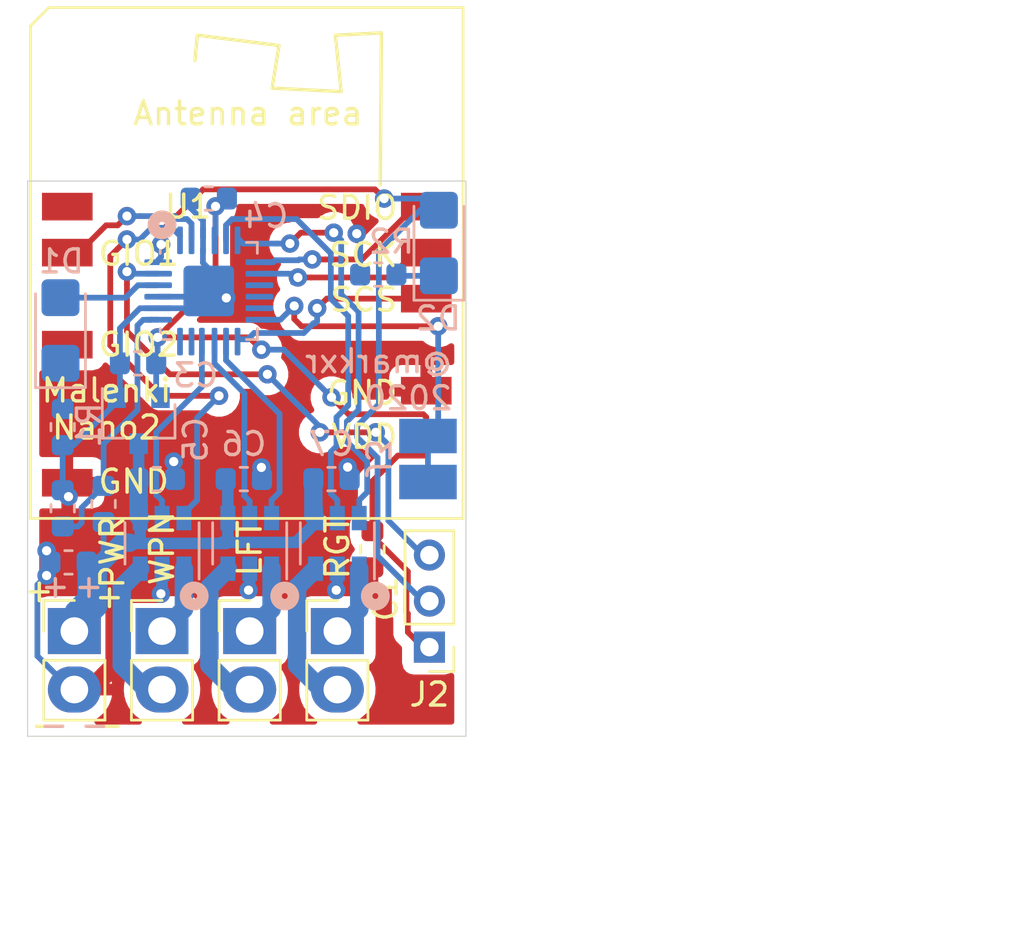
<source format=kicad_pcb>
(kicad_pcb (version 20190907) (host pcbnew "5.99.0-unknown-e6346c7~100~ubuntu18.04.1")

  (general
    (thickness 1.6)
    (drawings 25)
    (tracks 330)
    (modules 25)
    (nets 35)
  )

  (page "A4")
  (title_block
    (title "Malenki-nano2")
    (date "2019-11-07")
  )

  (layers
    (0 "F.Cu" signal hide)
    (31 "B.Cu" signal)
    (32 "B.Adhes" user)
    (33 "F.Adhes" user)
    (34 "B.Paste" user)
    (35 "F.Paste" user)
    (36 "B.SilkS" user)
    (37 "F.SilkS" user)
    (38 "B.Mask" user)
    (39 "F.Mask" user)
    (40 "Dwgs.User" user)
    (41 "Cmts.User" user)
    (42 "Eco1.User" user)
    (43 "Eco2.User" user)
    (44 "Edge.Cuts" user)
    (45 "Margin" user)
    (46 "B.CrtYd" user)
    (47 "F.CrtYd" user)
    (48 "B.Fab" user)
    (49 "F.Fab" user)
  )

  (setup
    (stackup
      (layer "F.SilkS" (type "Top Silk Screen"))
      (layer "F.Paste" (type "Top Solder Paste"))
      (layer "F.Mask" (type "Top Solder Mask") (color "Green") (thickness 0.01))
      (layer "F.Cu" (type "copper") (thickness 0.035))
      (layer "dielectric 1" (type "core") (thickness 1.51) (material "FR4") (epsilon_r 4.5) (loss_tangent 0.02))
      (layer "B.Cu" (type "copper") (thickness 0.035))
      (layer "B.Mask" (type "Bottom Solder Mask") (color "Green") (thickness 0.01))
      (layer "B.Paste" (type "Bottom Solder Paste"))
      (layer "B.SilkS" (type "Bottom Silk Screen"))
      (copper_finish "ENIG")
      (dielectric_constraints no)
    )
    (last_trace_width 0.25)
    (user_trace_width 0.5)
    (user_trace_width 0.8)
    (trace_clearance 0.2)
    (zone_clearance 0.508)
    (zone_45_only no)
    (trace_min 0.2)
    (via_size 0.8)
    (via_drill 0.4)
    (via_min_size 0.4)
    (via_min_drill 0.3)
    (uvia_size 0.3)
    (uvia_drill 0.1)
    (uvias_allowed no)
    (uvia_min_size 0.2)
    (uvia_min_drill 0.1)
    (max_error 0.005)
    (defaults
      (edge_clearance 0.025)
      (edge_cuts_line_width 0.05)
      (courtyard_line_width 0.05)
      (copper_line_width 0.2)
      (copper_text_dims (size 1.5 1.5) (thickness 0.3) keep_upright)
      (silk_line_width 0.12)
      (silk_text_dims (size 1 1) (thickness 0.15) keep_upright)
      (other_layers_line_width 0.15)
      (other_layers_text_dims (size 1 1) (thickness 0.15) keep_upright)
    )
    (pad_size 1.524 1.524)
    (pad_drill 0.762)
    (pad_to_mask_clearance 0.051)
    (solder_mask_min_width 0.25)
    (aux_axis_origin 0 0)
    (visible_elements FFFDFF7F)
    (pcbplotparams
      (layerselection 0x010fc_ffffffff)
      (usegerberextensions false)
      (usegerberattributes false)
      (usegerberadvancedattributes false)
      (creategerberjobfile false)
      (excludeedgelayer true)
      (linewidth 0.100000)
      (plotframeref false)
      (viasonmask false)
      (mode 1)
      (useauxorigin false)
      (hpglpennumber 1)
      (hpglpenspeed 20)
      (hpglpendiameter 15.000000)
      (psnegative false)
      (psa4output false)
      (plotreference true)
      (plotvalue true)
      (plotinvisibletext false)
      (padsonsilk false)
      (subtractmaskfromsilk false)
      (outputformat 1)
      (mirror false)
      (drillshape 0)
      (scaleselection 1)
      (outputdirectory "plot/")
    )
  )

  (net 0 "")
  (net 1 "GND")
  (net 2 "/VLOGIC")
  (net 3 "VBAT")
  (net 4 "BLINKY")
  (net 5 "Net-(D1-Pad1)")
  (net 6 "TXDEBUG")
  (net 7 "Net-(D2-Pad1)")
  (net 8 "UPDI")
  (net 9 "Net-(J5-Pad2)")
  (net 10 "Net-(J5-Pad1)")
  (net 11 "Net-(J6-Pad2)")
  (net 12 "Net-(J6-Pad1)")
  (net 13 "Net-(J7-Pad2)")
  (net 14 "Net-(J7-Pad1)")
  (net 15 "Net-(U1-Pad8)")
  (net 16 "Net-(U1-Pad1)")
  (net 17 "SPI_SCS")
  (net 18 "GIO1")
  (net 19 "SPI_SCK")
  (net 20 "SPI_SDIO")
  (net 21 "Net-(U3-Pad18)")
  (net 22 "Net-(U3-Pad17)")
  (net 23 "MOTOR1R")
  (net 24 "MOTOR2R")
  (net 25 "MOTOR2F")
  (net 26 "Net-(U3-Pad11)")
  (net 27 "Net-(U3-Pad10)")
  (net 28 "Net-(U3-Pad9)")
  (net 29 "MOTOR3F")
  (net 30 "MOTOR3R")
  (net 31 "MOTOR1F")
  (net 32 "WEAPON2")
  (net 33 "Net-(U1-Pad4)")
  (net 34 "VSENSE")

  (net_class "Default" "This is the default net class."
    (clearance 0.2)
    (trace_width 0.25)
    (via_dia 0.8)
    (via_drill 0.4)
    (uvia_dia 0.3)
    (uvia_drill 0.1)
    (add_net "/VLOGIC")
    (add_net "BLINKY")
    (add_net "GIO1")
    (add_net "GND")
    (add_net "MOTOR1F")
    (add_net "MOTOR1R")
    (add_net "MOTOR2F")
    (add_net "MOTOR2R")
    (add_net "MOTOR3F")
    (add_net "MOTOR3R")
    (add_net "Net-(D1-Pad1)")
    (add_net "Net-(D2-Pad1)")
    (add_net "Net-(J5-Pad1)")
    (add_net "Net-(J5-Pad2)")
    (add_net "Net-(J6-Pad1)")
    (add_net "Net-(J6-Pad2)")
    (add_net "Net-(J7-Pad1)")
    (add_net "Net-(J7-Pad2)")
    (add_net "Net-(U1-Pad1)")
    (add_net "Net-(U1-Pad4)")
    (add_net "Net-(U1-Pad8)")
    (add_net "Net-(U3-Pad10)")
    (add_net "Net-(U3-Pad11)")
    (add_net "Net-(U3-Pad17)")
    (add_net "Net-(U3-Pad18)")
    (add_net "Net-(U3-Pad9)")
    (add_net "SPI_SCK")
    (add_net "SPI_SCS")
    (add_net "SPI_SDIO")
    (add_net "TXDEBUG")
    (add_net "UPDI")
    (add_net "VBAT")
    (add_net "VSENSE")
    (add_net "WEAPON2")
  )

  (module "Resistor_SMD:R_0603_1608Metric" (layer "B.Cu") (tedit 5B301BBD) (tstamp 5E2F1CDF)
    (at 137.922 75.946 90)
    (descr "Resistor SMD 0603 (1608 Metric), square (rectangular) end terminal, IPC_7351 nominal, (Body size source: http://www.tortai-tech.com/upload/download/2011102023233369053.pdf), generated with kicad-footprint-generator")
    (tags "resistor")
    (path "/5E305615")
    (attr smd)
    (fp_text reference "R4" (at -1.9685 -0.254 180) (layer "B.SilkS") hide
      (effects (font (size 1 1) (thickness 0.15)) (justify mirror))
    )
    (fp_text value "10k" (at 0 -1.43 90) (layer "B.Fab")
      (effects (font (size 1 1) (thickness 0.15)) (justify mirror))
    )
    (fp_text user "%R" (at 0 0 90) (layer "B.Fab")
      (effects (font (size 0.4 0.4) (thickness 0.06)) (justify mirror))
    )
    (fp_line (start 1.48 -0.73) (end -1.48 -0.73) (layer "B.CrtYd") (width 0.05))
    (fp_line (start 1.48 0.73) (end 1.48 -0.73) (layer "B.CrtYd") (width 0.05))
    (fp_line (start -1.48 0.73) (end 1.48 0.73) (layer "B.CrtYd") (width 0.05))
    (fp_line (start -1.48 -0.73) (end -1.48 0.73) (layer "B.CrtYd") (width 0.05))
    (fp_line (start -0.162779 -0.51) (end 0.162779 -0.51) (layer "B.SilkS") (width 0.12))
    (fp_line (start -0.162779 0.51) (end 0.162779 0.51) (layer "B.SilkS") (width 0.12))
    (fp_line (start 0.8 -0.4) (end -0.8 -0.4) (layer "B.Fab") (width 0.1))
    (fp_line (start 0.8 0.4) (end 0.8 -0.4) (layer "B.Fab") (width 0.1))
    (fp_line (start -0.8 0.4) (end 0.8 0.4) (layer "B.Fab") (width 0.1))
    (fp_line (start -0.8 -0.4) (end -0.8 0.4) (layer "B.Fab") (width 0.1))
    (pad "2" smd roundrect (at 0.7875 0 90) (size 0.875 0.95) (layers "B.Cu" "B.Paste" "B.Mask") (roundrect_rratio 0.25)
      (net 1 "GND"))
    (pad "1" smd roundrect (at -0.7875 0 90) (size 0.875 0.95) (layers "B.Cu" "B.Paste" "B.Mask") (roundrect_rratio 0.25)
      (net 34 "VSENSE"))
    (model "${KISYS3DMOD}/Resistor_SMD.3dshapes/R_0603_1608Metric.wrl"
      (at (xyz 0 0 0))
      (scale (xyz 1 1 1))
      (rotate (xyz 0 0 0))
    )
  )

  (module "Resistor_SMD:R_0603_1608Metric" (layer "B.Cu") (tedit 5B301BBD) (tstamp 5E2F1F19)
    (at 139.7 75.7555 90)
    (descr "Resistor SMD 0603 (1608 Metric), square (rectangular) end terminal, IPC_7351 nominal, (Body size source: http://www.tortai-tech.com/upload/download/2011102023233369053.pdf), generated with kicad-footprint-generator")
    (tags "resistor")
    (path "/5E302ABB")
    (attr smd)
    (fp_text reference "R3" (at -2.159 -0.1905 180) (layer "B.SilkS") hide
      (effects (font (size 1 1) (thickness 0.15)) (justify mirror))
    )
    (fp_text value "33k" (at 0 -1.43 90) (layer "B.Fab")
      (effects (font (size 1 1) (thickness 0.15)) (justify mirror))
    )
    (fp_text user "%R" (at 0 0 90) (layer "B.Fab")
      (effects (font (size 0.4 0.4) (thickness 0.06)) (justify mirror))
    )
    (fp_line (start 1.48 -0.73) (end -1.48 -0.73) (layer "B.CrtYd") (width 0.05))
    (fp_line (start 1.48 0.73) (end 1.48 -0.73) (layer "B.CrtYd") (width 0.05))
    (fp_line (start -1.48 0.73) (end 1.48 0.73) (layer "B.CrtYd") (width 0.05))
    (fp_line (start -1.48 -0.73) (end -1.48 0.73) (layer "B.CrtYd") (width 0.05))
    (fp_line (start -0.162779 -0.51) (end 0.162779 -0.51) (layer "B.SilkS") (width 0.12))
    (fp_line (start -0.162779 0.51) (end 0.162779 0.51) (layer "B.SilkS") (width 0.12))
    (fp_line (start 0.8 -0.4) (end -0.8 -0.4) (layer "B.Fab") (width 0.1))
    (fp_line (start 0.8 0.4) (end 0.8 -0.4) (layer "B.Fab") (width 0.1))
    (fp_line (start -0.8 0.4) (end 0.8 0.4) (layer "B.Fab") (width 0.1))
    (fp_line (start -0.8 -0.4) (end -0.8 0.4) (layer "B.Fab") (width 0.1))
    (pad "2" smd roundrect (at 0.7875 0 90) (size 0.875 0.95) (layers "B.Cu" "B.Paste" "B.Mask") (roundrect_rratio 0.25)
      (net 34 "VSENSE"))
    (pad "1" smd roundrect (at -0.7875 0 90) (size 0.875 0.95) (layers "B.Cu" "B.Paste" "B.Mask") (roundrect_rratio 0.25)
      (net 3 "VBAT"))
    (model "${KISYS3DMOD}/Resistor_SMD.3dshapes/R_0603_1608Metric.wrl"
      (at (xyz 0 0 0))
      (scale (xyz 1 1 1))
      (rotate (xyz 0 0 0))
    )
  )

  (module "malenki-nano:wirepad_2" (layer "B.Cu") (tedit 5E296FFD) (tstamp 5E29CF0E)
    (at 153.797 73.803 -90)
    (path "/5E29E95E")
    (fp_text reference "J3" (at 0 2.2 -90 unlocked) (layer "B.SilkS")
      (effects (font (size 1 1) (thickness 0.15)) (justify mirror))
    )
    (fp_text value "Conn_01x02" (at 0 -1.8 -90 unlocked) (layer "B.Fab")
      (effects (font (size 1 1) (thickness 0.15)) (justify mirror))
    )
    (pad "2" smd rect (at 1 0 270) (size 1.5 2.5) (layers "B.Cu" "B.Paste" "B.Mask")
      (net 32 "WEAPON2"))
    (pad "1" smd rect (at -1 0 270) (size 1.5 2.5) (layers "B.Cu" "B.Paste" "B.Mask")
      (net 32 "WEAPON2"))
  )

  (module "Connector_PinHeader_2.00mm:PinHeader_1x03_P2.00mm_Vertical" (layer "F.Cu") (tedit 59FED667) (tstamp 5E29C607)
    (at 153.8605 81.9785 180)
    (descr "Through hole straight pin header, 1x03, 2.00mm pitch, single row")
    (tags "Through hole pin header THT 1x03 2.00mm single row")
    (path "/5E297C26")
    (fp_text reference "J2" (at 0 -2.06) (layer "F.SilkS")
      (effects (font (size 1 1) (thickness 0.15)))
    )
    (fp_text value "Conn_01x03" (at 0 6.06) (layer "F.Fab")
      (effects (font (size 1 1) (thickness 0.15)))
    )
    (fp_text user "%R" (at 0 2 270) (layer "F.Fab")
      (effects (font (size 1 1) (thickness 0.15)))
    )
    (fp_line (start 1.5 -1.5) (end -1.5 -1.5) (layer "F.CrtYd") (width 0.05))
    (fp_line (start 1.5 5.5) (end 1.5 -1.5) (layer "F.CrtYd") (width 0.05))
    (fp_line (start -1.5 5.5) (end 1.5 5.5) (layer "F.CrtYd") (width 0.05))
    (fp_line (start -1.5 -1.5) (end -1.5 5.5) (layer "F.CrtYd") (width 0.05))
    (fp_line (start -1.06 -1.06) (end 0 -1.06) (layer "F.SilkS") (width 0.12))
    (fp_line (start -1.06 0) (end -1.06 -1.06) (layer "F.SilkS") (width 0.12))
    (fp_line (start -1.06 1) (end 1.06 1) (layer "F.SilkS") (width 0.12))
    (fp_line (start 1.06 1) (end 1.06 5.06) (layer "F.SilkS") (width 0.12))
    (fp_line (start -1.06 1) (end -1.06 5.06) (layer "F.SilkS") (width 0.12))
    (fp_line (start -1.06 5.06) (end 1.06 5.06) (layer "F.SilkS") (width 0.12))
    (fp_line (start -1 -0.5) (end -0.5 -1) (layer "F.Fab") (width 0.1))
    (fp_line (start -1 5) (end -1 -0.5) (layer "F.Fab") (width 0.1))
    (fp_line (start 1 5) (end -1 5) (layer "F.Fab") (width 0.1))
    (fp_line (start 1 -1) (end 1 5) (layer "F.Fab") (width 0.1))
    (fp_line (start -0.5 -1) (end 1 -1) (layer "F.Fab") (width 0.1))
    (pad "3" thru_hole oval (at 0 4 180) (size 1.35 1.35) (drill 0.8) (layers *.Cu *.Mask)
      (net 8 "UPDI"))
    (pad "2" thru_hole oval (at 0 2 180) (size 1.35 1.35) (drill 0.8) (layers *.Cu *.Mask)
      (net 6 "TXDEBUG"))
    (pad "1" thru_hole rect (at 0 0 180) (size 1.35 1.35) (drill 0.8) (layers *.Cu *.Mask)
      (net 2 "/VLOGIC"))
    (model "${KISYS3DMOD}/Connector_PinHeader_2.00mm.3dshapes/PinHeader_1x03_P2.00mm_Vertical.wrl"
      (at (xyz 0 0 0))
      (scale (xyz 1 1 1))
      (rotate (xyz 0 0 0))
    )
  )

  (module "malenki-nano:A7105-module" locked (layer "F.Cu") (tedit 5D5814B5) (tstamp 5E2875E2)
    (at 145.923 68.834 -90)
    (path "/5CDC9C70")
    (attr smd)
    (fp_text reference "U1" (at -6 2.55) (layer "F.SilkS")
      (effects (font (size 1 1) (thickness 0.15)))
    )
    (fp_text value "A7105-MODULE" (at 0 0 90) (layer "F.Fab")
      (effects (font (size 1 1) (thickness 0.15)))
    )
    (fp_line (start -13.45 2.15) (end -12.35 2.25) (layer "F.SilkS") (width 0.15))
    (fp_line (start -13 -1.4) (end -13.45 2.15) (layer "F.SilkS") (width 0.15))
    (fp_line (start -11.15 -1.1) (end -13 -1.4) (layer "F.SilkS") (width 0.15))
    (fp_line (start -11 -4.1) (end -11.15 -1.1) (layer "F.SilkS") (width 0.15))
    (fp_line (start -13.45 -3.85) (end -11 -4.1) (layer "F.SilkS") (width 0.15))
    (fp_line (start -13.55 -5.85) (end -13.45 -3.85) (layer "F.SilkS") (width 0.15))
    (fp_line (start -6.95 -5.8) (end -13.55 -5.85) (layer "F.SilkS") (width 0.15))
    (fp_text user "SDIO" (at -5.95 -4.8) (layer "F.SilkS")
      (effects (font (size 1 1) (thickness 0.15)))
    )
    (fp_text user "SCK" (at -3.9 -5.061904) (layer "F.SilkS")
      (effects (font (size 1 1) (thickness 0.15)))
    )
    (fp_text user "SCS" (at -1.95 -5.085714) (layer "F.SilkS")
      (effects (font (size 1 1) (thickness 0.15)))
    )
    (fp_text user "VDD" (at 4 -5.109523) (layer "F.SilkS")
      (effects (font (size 1 1) (thickness 0.15)))
    )
    (fp_text user "GND" (at 2.1 -5.014285) (layer "F.SilkS")
      (effects (font (size 1 1) (thickness 0.15)))
    )
    (fp_text user "GND" (at 5.95 4.914286) (layer "F.SilkS")
      (effects (font (size 1 1) (thickness 0.15)))
    )
    (fp_text user "GIO2" (at 0 4.7) (layer "F.SilkS")
      (effects (font (size 1 1) (thickness 0.15)))
    )
    (fp_text user "GIO1" (at -3.95 4.7) (layer "F.SilkS")
      (effects (font (size 1 1) (thickness 0.15)))
    )
    (fp_text user "Antenna area" (at -10.05 -0.05) (layer "F.SilkS")
      (effects (font (size 1 1) (thickness 0.15)))
    )
    (fp_line (start -6.85 9.15) (end -6.85 -9.15) (layer "F.CrtYd") (width 0.05))
    (fp_line (start 6.85 9.15) (end -6.85 9.15) (layer "F.CrtYd") (width 0.05))
    (fp_line (start 6.85 -9.15) (end 6.85 9.15) (layer "F.CrtYd") (width 0.05))
    (fp_line (start -6.85 -9.15) (end 6.85 -9.15) (layer "F.CrtYd") (width 0.05))
    (fp_line (start 7.55 9.4) (end -13.85 9.4) (layer "F.SilkS") (width 0.12))
    (fp_line (start 7.55 -9.4) (end 7.55 9.4) (layer "F.SilkS") (width 0.12))
    (fp_line (start -14.65 -9.4) (end 7.55 -9.4) (layer "F.SilkS") (width 0.12))
    (fp_line (start -14.65 8.6) (end -14.65 -9.4) (layer "F.SilkS") (width 0.12))
    (fp_line (start -13.85 9.4) (end -14.65 8.6) (layer "F.SilkS") (width 0.12))
    (pad "8" smd rect (at 6 -7.8 270) (size 1.2 2.2) (layers "F.Cu" "F.Paste" "F.Mask")
      (net 15 "Net-(U1-Pad8)"))
    (pad "1" smd rect (at -6 7.8 270) (size 1.2 2.2) (layers "F.Cu" "F.Paste" "F.Mask")
      (net 16 "Net-(U1-Pad1)"))
    (pad "7" smd rect (at 6 7.8 270) (size 1.2 2.2) (layers "F.Cu" "F.Paste" "F.Mask")
      (net 1 "GND"))
    (pad "9" smd rect (at 4 -7.8 270) (size 1.2 2.2) (layers "F.Cu" "F.Paste" "F.Mask")
      (net 2 "/VLOGIC"))
    (pad "10" smd rect (at 2 -7.8 270) (size 1.2 2.2) (layers "F.Cu" "F.Paste" "F.Mask")
      (net 1 "GND"))
    (pad "4" smd rect (at 0 7.8 270) (size 1.2 2.2) (layers "F.Cu" "F.Paste" "F.Mask")
      (net 33 "Net-(U1-Pad4)"))
    (pad "12" smd rect (at -2 -7.8 270) (size 1.2 2.2) (layers "F.Cu" "F.Paste" "F.Mask")
      (net 17 "SPI_SCS"))
    (pad "2" smd rect (at -4 7.8 270) (size 1.2 2.2) (layers "F.Cu" "F.Paste" "F.Mask")
      (net 18 "GIO1"))
    (pad "13" smd rect (at -4 -7.8 270) (size 1.2 2.2) (layers "F.Cu" "F.Paste" "F.Mask")
      (net 19 "SPI_SCK"))
    (pad "14" smd rect (at -6 -7.8 270) (size 1.2 2.2) (layers "F.Cu" "F.Paste" "F.Mask")
      (net 20 "SPI_SDIO"))
  )

  (module "malenki-nano:qfn24-hand1" locked (layer "B.Cu") (tedit 5DC47AFF) (tstamp 5E2850AF)
    (at 144.272 66.5 -90)
    (descr "QFN, 24 Pin (http://ww1.microchip.com/downloads/en/PackagingSpec/00000049BQ.pdf#page=278), generated with kicad-footprint-generator ipc_dfn_qfn_generator.py")
    (tags "QFN DFN_QFN")
    (path "/5DC45560")
    (attr smd)
    (fp_text reference "U3" (at 2.207 -3.6195 180) (layer "B.SilkS") hide
      (effects (font (size 1 1) (thickness 0.15)) (justify mirror))
    )
    (fp_text value "ATtiny3217-M" (at 0 -3.3 90) (layer "B.Fab")
      (effects (font (size 1 1) (thickness 0.15)) (justify mirror))
    )
    (fp_line (start 1.635 2.11) (end 2.11 2.11) (layer "B.SilkS") (width 0.12))
    (fp_line (start 2.11 2.11) (end 2.11 1.635) (layer "B.SilkS") (width 0.12))
    (fp_line (start -1.635 -2.11) (end -2.11 -2.11) (layer "B.SilkS") (width 0.12))
    (fp_line (start -2.11 -2.11) (end -2.11 -1.635) (layer "B.SilkS") (width 0.12))
    (fp_line (start 1.635 -2.11) (end 2.11 -2.11) (layer "B.SilkS") (width 0.12))
    (fp_line (start 2.11 -2.11) (end 2.11 -1.635) (layer "B.SilkS") (width 0.12))
    (fp_line (start -1.635 2.11) (end -2.11 2.11) (layer "B.SilkS") (width 0.12))
    (fp_line (start -1 2) (end 2 2) (layer "B.Fab") (width 0.1))
    (fp_line (start 2 2) (end 2 -2) (layer "B.Fab") (width 0.1))
    (fp_line (start 2 -2) (end -2 -2) (layer "B.Fab") (width 0.1))
    (fp_line (start -2 -2) (end -2 1) (layer "B.Fab") (width 0.1))
    (fp_line (start -2 1) (end -1 2) (layer "B.Fab") (width 0.1))
    (fp_line (start -2.6 2.6) (end -2.6 -2.6) (layer "B.CrtYd") (width 0.05))
    (fp_line (start -2.6 -2.6) (end 2.6 -2.6) (layer "B.CrtYd") (width 0.05))
    (fp_line (start 2.6 -2.6) (end 2.6 2.6) (layer "B.CrtYd") (width 0.05))
    (fp_line (start 2.6 2.6) (end -2.6 2.6) (layer "B.CrtYd") (width 0.05))
    (fp_text user "%R" (at 0 0 90) (layer "B.Fab")
      (effects (font (size 1 1) (thickness 0.15)) (justify mirror))
    )
    (pad "24" smd roundrect (at -1.25 2.2 270) (size 0.25 1.2) (layers "B.Cu" "B.Paste" "B.Mask") (roundrect_rratio 0.25)
      (net 6 "TXDEBUG"))
    (pad "23" smd roundrect (at -0.75 2.2 270) (size 0.25 1.2) (layers "B.Cu" "B.Paste" "B.Mask") (roundrect_rratio 0.25)
      (net 8 "UPDI"))
    (pad "22" smd roundrect (at -0.25 2.2 270) (size 0.25 1.2) (layers "B.Cu" "B.Paste" "B.Mask") (roundrect_rratio 0.25)
      (net 4 "BLINKY"))
    (pad "21" smd roundrect (at 0.25 2.2 270) (size 0.25 1.2) (layers "B.Cu" "B.Paste" "B.Mask") (roundrect_rratio 0.25)
      (net 1 "GND"))
    (pad "20" smd roundrect (at 0.75 2.2 270) (size 0.25 1.2) (layers "B.Cu" "B.Paste" "B.Mask") (roundrect_rratio 0.25)
      (net 1 "GND"))
    (pad "19" smd roundrect (at 1.25 2.2 270) (size 0.25 1.2) (layers "B.Cu" "B.Paste" "B.Mask") (roundrect_rratio 0.25)
      (net 34 "VSENSE"))
    (pad "18" smd roundrect (at 2.2 1.25 270) (size 1.2 0.25) (layers "B.Cu" "B.Paste" "B.Mask") (roundrect_rratio 0.25)
      (net 21 "Net-(U3-Pad18)"))
    (pad "17" smd roundrect (at 2.2 0.75 270) (size 1.2 0.25) (layers "B.Cu" "B.Paste" "B.Mask") (roundrect_rratio 0.25)
      (net 22 "Net-(U3-Pad17)"))
    (pad "16" smd roundrect (at 2.2 0.3 270) (size 1.2 0.25) (layers "B.Cu" "B.Paste" "B.Mask") (roundrect_rratio 0.25)
      (net 23 "MOTOR1R"))
    (pad "15" smd roundrect (at 2.2 -0.25 270) (size 1.2 0.25) (layers "B.Cu" "B.Paste" "B.Mask") (roundrect_rratio 0.25)
      (net 24 "MOTOR2R"))
    (pad "14" smd roundrect (at 2.2 -0.75 270) (size 1.2 0.25) (layers "B.Cu" "B.Paste" "B.Mask") (roundrect_rratio 0.25)
      (net 25 "MOTOR2F"))
    (pad "13" smd roundrect (at 2.2 -1.25 270) (size 1.2 0.25) (layers "B.Cu" "B.Paste" "B.Mask") (roundrect_rratio 0.25)
      (net 17 "SPI_SCS"))
    (pad "12" smd roundrect (at 1.25 -2.2 270) (size 0.25 1.2) (layers "B.Cu" "B.Paste" "B.Mask") (roundrect_rratio 0.25)
      (net 32 "WEAPON2"))
    (pad "11" smd roundrect (at 0.75 -2.2 270) (size 0.25 1.2) (layers "B.Cu" "B.Paste" "B.Mask") (roundrect_rratio 0.25)
      (net 26 "Net-(U3-Pad11)"))
    (pad "10" smd roundrect (at 0.25 -2.2 270) (size 0.25 1.2) (layers "B.Cu" "B.Paste" "B.Mask") (roundrect_rratio 0.25)
      (net 27 "Net-(U3-Pad10)"))
    (pad "9" smd roundrect (at -0.25 -2.2 270) (size 0.25 1.2) (layers "B.Cu" "B.Paste" "B.Mask") (roundrect_rratio 0.25)
      (net 28 "Net-(U3-Pad9)"))
    (pad "8" smd roundrect (at -0.75 -2.2 270) (size 0.25 1.2) (layers "B.Cu" "B.Paste" "B.Mask") (roundrect_rratio 0.25)
      (net 19 "SPI_SCK"))
    (pad "7" smd roundrect (at -1.25 -2.2 270) (size 0.25 1.2) (layers "B.Cu" "B.Paste" "B.Mask") (roundrect_rratio 0.25)
      (net 20 "SPI_SDIO"))
    (pad "6" smd roundrect (at -2.2 -1.25 270) (size 1.2 0.25) (layers "B.Cu" "B.Paste" "B.Mask") (roundrect_rratio 0.25)
      (net 29 "MOTOR3F"))
    (pad "5" smd roundrect (at -2.2 -0.75 270) (size 1.2 0.25) (layers "B.Cu" "B.Paste" "B.Mask") (roundrect_rratio 0.25)
      (net 30 "MOTOR3R"))
    (pad "4" smd roundrect (at -2.2 -0.25 270) (size 1.2 0.25) (layers "B.Cu" "B.Paste" "B.Mask") (roundrect_rratio 0.25)
      (net 2 "/VLOGIC"))
    (pad "3" smd roundrect (at -2.2 0.25 270) (size 1.2 0.25) (layers "B.Cu" "B.Paste" "B.Mask") (roundrect_rratio 0.25)
      (net 1 "GND"))
    (pad "2" smd roundrect (at -2.2 0.75 270) (size 1.2 0.25) (layers "B.Cu" "B.Paste" "B.Mask") (roundrect_rratio 0.25)
      (net 18 "GIO1"))
    (pad "1" smd roundrect (at -2.2 1.25 270) (size 1.2 0.25) (layers "B.Cu" "B.Paste" "B.Mask") (roundrect_rratio 0.25)
      (net 31 "MOTOR1F"))
    (pad "" smd roundrect (at 0.65 -0.65 270) (size 0.8 0.8) (layers "B.Paste") (roundrect_rratio 0.238))
    (pad "" smd roundrect (at 0.65 0.65 270) (size 0.8 0.8) (layers "B.Paste") (roundrect_rratio 0.238))
    (pad "" smd roundrect (at -0.65 -0.65 270) (size 0.8 0.8) (layers "B.Paste") (roundrect_rratio 0.238))
    (pad "" smd roundrect (at -0.65 0.65 270) (size 0.8 0.8) (layers "B.Paste") (roundrect_rratio 0.238))
    (pad "25" smd roundrect (at 0 0 270) (size 2.2 2.2) (layers "B.Cu" "B.Mask") (roundrect_rratio 0.096)
      (net 1 "GND"))
    (model "${KISYS3DMOD}/Package_DFN_QFN.3dshapes/QFN-24-1EP_4x4mm_P0.5mm_EP2.6x2.6mm.wrl"
      (at (xyz 0 0 0))
      (scale (xyz 1 1 1))
      (rotate (xyz 0 0 0))
    )
  )

  (module "Package_TO_SOT_SMD:SOT-23" (layer "B.Cu") (tedit 5A02FF57) (tstamp 5DC460B6)
    (at 141.224 72.136 -90)
    (descr "SOT-23, Standard")
    (tags "SOT-23")
    (path "/5DCB118A")
    (attr smd)
    (fp_text reference "U2" (at -0.762 -2.54) (layer "B.SilkS") hide
      (effects (font (size 1 1) (thickness 0.15)) (justify mirror))
    )
    (fp_text value "HT7233" (at 0 -2.5 -90) (layer "B.Fab")
      (effects (font (size 1 1) (thickness 0.15)) (justify mirror))
    )
    (fp_line (start 0.76 -1.58) (end -0.7 -1.58) (layer "B.SilkS") (width 0.12))
    (fp_line (start 0.76 1.58) (end -1.4 1.58) (layer "B.SilkS") (width 0.12))
    (fp_line (start -1.7 -1.75) (end -1.7 1.75) (layer "B.CrtYd") (width 0.05))
    (fp_line (start 1.7 -1.75) (end -1.7 -1.75) (layer "B.CrtYd") (width 0.05))
    (fp_line (start 1.7 1.75) (end 1.7 -1.75) (layer "B.CrtYd") (width 0.05))
    (fp_line (start -1.7 1.75) (end 1.7 1.75) (layer "B.CrtYd") (width 0.05))
    (fp_line (start 0.76 1.58) (end 0.76 0.65) (layer "B.SilkS") (width 0.12))
    (fp_line (start 0.76 -1.58) (end 0.76 -0.65) (layer "B.SilkS") (width 0.12))
    (fp_line (start -0.7 -1.52) (end 0.7 -1.52) (layer "B.Fab") (width 0.1))
    (fp_line (start 0.7 1.52) (end 0.7 -1.52) (layer "B.Fab") (width 0.1))
    (fp_line (start -0.7 0.95) (end -0.15 1.52) (layer "B.Fab") (width 0.1))
    (fp_line (start -0.15 1.52) (end 0.7 1.52) (layer "B.Fab") (width 0.1))
    (fp_line (start -0.7 0.95) (end -0.7 -1.5) (layer "B.Fab") (width 0.1))
    (fp_text user "%R" (at 0 0) (layer "B.Fab")
      (effects (font (size 0.5 0.5) (thickness 0.075)) (justify mirror))
    )
    (pad "3" smd rect (at 1 0 270) (size 0.9 0.8) (layers "B.Cu" "B.Paste" "B.Mask")
      (net 3 "VBAT"))
    (pad "2" smd rect (at -1 -0.95 270) (size 0.9 0.8) (layers "B.Cu" "B.Paste" "B.Mask")
      (net 2 "/VLOGIC"))
    (pad "1" smd rect (at -1 0.95 270) (size 0.9 0.8) (layers "B.Cu" "B.Paste" "B.Mask")
      (net 1 "GND"))
    (model "${KISYS3DMOD}/Package_TO_SOT_SMD.3dshapes/SOT-23.wrl"
      (at (xyz 0 0 0))
      (scale (xyz 1 1 1))
      (rotate (xyz 0 0 0))
    )
  )

  (module "Package_TO_SOT_SMD:SOT-23-6" (layer "B.Cu") (tedit 5A02FF57) (tstamp 5DC444F9)
    (at 149.86 77.47 90)
    (descr "6-pin SOT-23 package")
    (tags "SOT-23-6")
    (path "/5DC616A1")
    (attr smd)
    (fp_text reference "U7" (at 0 2.9 90) (layer "B.SilkS") hide
      (effects (font (size 1 1) (thickness 0.15)) (justify mirror))
    )
    (fp_text value "MX113L" (at 0 -2.9 90) (layer "B.Fab")
      (effects (font (size 1 1) (thickness 0.15)) (justify mirror))
    )
    (fp_line (start 0.9 1.55) (end 0.9 -1.55) (layer "B.Fab") (width 0.1))
    (fp_line (start 0.9 -1.55) (end -0.9 -1.55) (layer "B.Fab") (width 0.1))
    (fp_line (start -0.9 0.9) (end -0.9 -1.55) (layer "B.Fab") (width 0.1))
    (fp_line (start 0.9 1.55) (end -0.25 1.55) (layer "B.Fab") (width 0.1))
    (fp_line (start -0.9 0.9) (end -0.25 1.55) (layer "B.Fab") (width 0.1))
    (fp_line (start -1.9 1.8) (end -1.9 -1.8) (layer "B.CrtYd") (width 0.05))
    (fp_line (start -1.9 -1.8) (end 1.9 -1.8) (layer "B.CrtYd") (width 0.05))
    (fp_line (start 1.9 -1.8) (end 1.9 1.8) (layer "B.CrtYd") (width 0.05))
    (fp_line (start 1.9 1.8) (end -1.9 1.8) (layer "B.CrtYd") (width 0.05))
    (fp_line (start 0.9 1.61) (end -1.55 1.61) (layer "B.SilkS") (width 0.12))
    (fp_line (start -0.9 -1.61) (end 0.9 -1.61) (layer "B.SilkS") (width 0.12))
    (fp_text user "%R" (at 0 0 180) (layer "B.Fab")
      (effects (font (size 0.5 0.5) (thickness 0.075)) (justify mirror))
    )
    (pad "5" smd rect (at 1.1 0 90) (size 1.06 0.65) (layers "B.Cu" "B.Paste" "B.Mask")
      (net 30 "MOTOR3R"))
    (pad "6" smd rect (at 1.1 0.95 90) (size 1.06 0.65) (layers "B.Cu" "B.Paste" "B.Mask")
      (net 29 "MOTOR3F"))
    (pad "4" smd rect (at 1.1 -0.95 90) (size 1.06 0.65) (layers "B.Cu" "B.Paste" "B.Mask")
      (net 3 "VBAT"))
    (pad "3" smd rect (at -1.1 -0.95 90) (size 1.06 0.65) (layers "B.Cu" "B.Paste" "B.Mask")
      (net 13 "Net-(J7-Pad2)"))
    (pad "2" smd rect (at -1.1 0 90) (size 1.06 0.65) (layers "B.Cu" "B.Paste" "B.Mask")
      (net 1 "GND"))
    (pad "1" smd rect (at -1.1 0.95 90) (size 1.06 0.65) (layers "B.Cu" "B.Paste" "B.Mask")
      (net 14 "Net-(J7-Pad1)"))
    (model "${KISYS3DMOD}/Package_TO_SOT_SMD.3dshapes/SOT-23-6.wrl"
      (at (xyz 0 0 0))
      (scale (xyz 1 1 1))
      (rotate (xyz 0 0 0))
    )
  )

  (module "Package_TO_SOT_SMD:SOT-23-6" (layer "B.Cu") (tedit 5A02FF57) (tstamp 5DC444E3)
    (at 146.05 77.47 90)
    (descr "6-pin SOT-23 package")
    (tags "SOT-23-6")
    (path "/5DC52CCB")
    (attr smd)
    (fp_text reference "U6" (at 0.508 1.778 90) (layer "B.SilkS") hide
      (effects (font (size 1 1) (thickness 0.15)) (justify mirror))
    )
    (fp_text value "MX113L" (at 0 -2.9 90) (layer "B.Fab")
      (effects (font (size 1 1) (thickness 0.15)) (justify mirror))
    )
    (fp_line (start 0.9 1.55) (end 0.9 -1.55) (layer "B.Fab") (width 0.1))
    (fp_line (start 0.9 -1.55) (end -0.9 -1.55) (layer "B.Fab") (width 0.1))
    (fp_line (start -0.9 0.9) (end -0.9 -1.55) (layer "B.Fab") (width 0.1))
    (fp_line (start 0.9 1.55) (end -0.25 1.55) (layer "B.Fab") (width 0.1))
    (fp_line (start -0.9 0.9) (end -0.25 1.55) (layer "B.Fab") (width 0.1))
    (fp_line (start -1.9 1.8) (end -1.9 -1.8) (layer "B.CrtYd") (width 0.05))
    (fp_line (start -1.9 -1.8) (end 1.9 -1.8) (layer "B.CrtYd") (width 0.05))
    (fp_line (start 1.9 -1.8) (end 1.9 1.8) (layer "B.CrtYd") (width 0.05))
    (fp_line (start 1.9 1.8) (end -1.9 1.8) (layer "B.CrtYd") (width 0.05))
    (fp_line (start 0.9 1.61) (end -1.55 1.61) (layer "B.SilkS") (width 0.12))
    (fp_line (start -0.9 -1.61) (end 0.9 -1.61) (layer "B.SilkS") (width 0.12))
    (fp_text user "%R" (at 0 0 180) (layer "B.Fab")
      (effects (font (size 0.5 0.5) (thickness 0.075)) (justify mirror))
    )
    (pad "5" smd rect (at 1.1 0 90) (size 1.06 0.65) (layers "B.Cu" "B.Paste" "B.Mask")
      (net 24 "MOTOR2R"))
    (pad "6" smd rect (at 1.1 0.95 90) (size 1.06 0.65) (layers "B.Cu" "B.Paste" "B.Mask")
      (net 25 "MOTOR2F"))
    (pad "4" smd rect (at 1.1 -0.95 90) (size 1.06 0.65) (layers "B.Cu" "B.Paste" "B.Mask")
      (net 3 "VBAT"))
    (pad "3" smd rect (at -1.1 -0.95 90) (size 1.06 0.65) (layers "B.Cu" "B.Paste" "B.Mask")
      (net 11 "Net-(J6-Pad2)"))
    (pad "2" smd rect (at -1.1 0 90) (size 1.06 0.65) (layers "B.Cu" "B.Paste" "B.Mask")
      (net 1 "GND"))
    (pad "1" smd rect (at -1.1 0.95 90) (size 1.06 0.65) (layers "B.Cu" "B.Paste" "B.Mask")
      (net 12 "Net-(J6-Pad1)"))
    (model "${KISYS3DMOD}/Package_TO_SOT_SMD.3dshapes/SOT-23-6.wrl"
      (at (xyz 0 0 0))
      (scale (xyz 1 1 1))
      (rotate (xyz 0 0 0))
    )
  )

  (module "Package_TO_SOT_SMD:SOT-23-6" (layer "B.Cu") (tedit 5A02FF57) (tstamp 5DC444CD)
    (at 142.24 77.47 90)
    (descr "6-pin SOT-23 package")
    (tags "SOT-23-6")
    (path "/5DC4CAF8")
    (attr smd)
    (fp_text reference "U5" (at 0 2.9 90) (layer "B.SilkS") hide
      (effects (font (size 1 1) (thickness 0.15)) (justify mirror))
    )
    (fp_text value "MX113L" (at 0 -2.9 90) (layer "B.Fab")
      (effects (font (size 1 1) (thickness 0.15)) (justify mirror))
    )
    (fp_line (start 0.9 1.55) (end 0.9 -1.55) (layer "B.Fab") (width 0.1))
    (fp_line (start 0.9 -1.55) (end -0.9 -1.55) (layer "B.Fab") (width 0.1))
    (fp_line (start -0.9 0.9) (end -0.9 -1.55) (layer "B.Fab") (width 0.1))
    (fp_line (start 0.9 1.55) (end -0.25 1.55) (layer "B.Fab") (width 0.1))
    (fp_line (start -0.9 0.9) (end -0.25 1.55) (layer "B.Fab") (width 0.1))
    (fp_line (start -1.9 1.8) (end -1.9 -1.8) (layer "B.CrtYd") (width 0.05))
    (fp_line (start -1.9 -1.8) (end 1.9 -1.8) (layer "B.CrtYd") (width 0.05))
    (fp_line (start 1.9 -1.8) (end 1.9 1.8) (layer "B.CrtYd") (width 0.05))
    (fp_line (start 1.9 1.8) (end -1.9 1.8) (layer "B.CrtYd") (width 0.05))
    (fp_line (start 0.9 1.61) (end -1.55 1.61) (layer "B.SilkS") (width 0.12))
    (fp_line (start -0.9 -1.61) (end 0.9 -1.61) (layer "B.SilkS") (width 0.12))
    (fp_text user "%R" (at 0 0 180) (layer "B.Fab")
      (effects (font (size 0.5 0.5) (thickness 0.075)) (justify mirror))
    )
    (pad "5" smd rect (at 1.1 0 90) (size 1.06 0.65) (layers "B.Cu" "B.Paste" "B.Mask")
      (net 23 "MOTOR1R"))
    (pad "6" smd rect (at 1.1 0.95 90) (size 1.06 0.65) (layers "B.Cu" "B.Paste" "B.Mask")
      (net 31 "MOTOR1F"))
    (pad "4" smd rect (at 1.1 -0.95 90) (size 1.06 0.65) (layers "B.Cu" "B.Paste" "B.Mask")
      (net 3 "VBAT"))
    (pad "3" smd rect (at -1.1 -0.95 90) (size 1.06 0.65) (layers "B.Cu" "B.Paste" "B.Mask")
      (net 9 "Net-(J5-Pad2)"))
    (pad "2" smd rect (at -1.1 0 90) (size 1.06 0.65) (layers "B.Cu" "B.Paste" "B.Mask")
      (net 1 "GND"))
    (pad "1" smd rect (at -1.1 0.95 90) (size 1.06 0.65) (layers "B.Cu" "B.Paste" "B.Mask")
      (net 10 "Net-(J5-Pad1)"))
    (model "${KISYS3DMOD}/Package_TO_SOT_SMD.3dshapes/SOT-23-6.wrl"
      (at (xyz 0 0 0))
      (scale (xyz 1 1 1))
      (rotate (xyz 0 0 0))
    )
  )

  (module "Resistor_SMD:R_0603_1608Metric" (layer "B.Cu") (tedit 5B301BBD) (tstamp 5DC44446)
    (at 151.638 65.786 180)
    (descr "Resistor SMD 0603 (1608 Metric), square (rectangular) end terminal, IPC_7351 nominal, (Body size source: http://www.tortai-tech.com/upload/download/2011102023233369053.pdf), generated with kicad-footprint-generator")
    (tags "resistor")
    (path "/5D6AB858")
    (attr smd)
    (fp_text reference "R2" (at -0.5715 1.43) (layer "B.SilkS")
      (effects (font (size 1 1) (thickness 0.15)) (justify mirror))
    )
    (fp_text value "220R" (at 0 -1.43) (layer "B.Fab")
      (effects (font (size 1 1) (thickness 0.15)) (justify mirror))
    )
    (fp_text user "%R" (at 0 0) (layer "B.Fab")
      (effects (font (size 0.4 0.4) (thickness 0.06)) (justify mirror))
    )
    (fp_line (start 1.48 -0.73) (end -1.48 -0.73) (layer "B.CrtYd") (width 0.05))
    (fp_line (start 1.48 0.73) (end 1.48 -0.73) (layer "B.CrtYd") (width 0.05))
    (fp_line (start -1.48 0.73) (end 1.48 0.73) (layer "B.CrtYd") (width 0.05))
    (fp_line (start -1.48 -0.73) (end -1.48 0.73) (layer "B.CrtYd") (width 0.05))
    (fp_line (start -0.162779 -0.51) (end 0.162779 -0.51) (layer "B.SilkS") (width 0.12))
    (fp_line (start -0.162779 0.51) (end 0.162779 0.51) (layer "B.SilkS") (width 0.12))
    (fp_line (start 0.8 -0.4) (end -0.8 -0.4) (layer "B.Fab") (width 0.1))
    (fp_line (start 0.8 0.4) (end 0.8 -0.4) (layer "B.Fab") (width 0.1))
    (fp_line (start -0.8 0.4) (end 0.8 0.4) (layer "B.Fab") (width 0.1))
    (fp_line (start -0.8 -0.4) (end -0.8 0.4) (layer "B.Fab") (width 0.1))
    (pad "2" smd roundrect (at 0.7875 0 180) (size 0.875 0.95) (layers "B.Cu" "B.Paste" "B.Mask") (roundrect_rratio 0.25)
      (net 1 "GND"))
    (pad "1" smd roundrect (at -0.7875 0 180) (size 0.875 0.95) (layers "B.Cu" "B.Paste" "B.Mask") (roundrect_rratio 0.25)
      (net 7 "Net-(D2-Pad1)"))
    (model "${KISYS3DMOD}/Resistor_SMD.3dshapes/R_0603_1608Metric.wrl"
      (at (xyz 0 0 0))
      (scale (xyz 1 1 1))
      (rotate (xyz 0 0 0))
    )
  )

  (module "Resistor_SMD:R_0603_1608Metric" (layer "B.Cu") (tedit 5B301BBD) (tstamp 5DC44435)
    (at 137.922 72.4155 -90)
    (descr "Resistor SMD 0603 (1608 Metric), square (rectangular) end terminal, IPC_7351 nominal, (Body size source: http://www.tortai-tech.com/upload/download/2011102023233369053.pdf), generated with kicad-footprint-generator")
    (tags "resistor")
    (path "/5CDD24A6")
    (attr smd)
    (fp_text reference "R1" (at -0.089 -1.143 -90) (layer "B.SilkS")
      (effects (font (size 1 1) (thickness 0.15)) (justify mirror))
    )
    (fp_text value "220R" (at 0 -1.43 90) (layer "B.Fab")
      (effects (font (size 1 1) (thickness 0.15)) (justify mirror))
    )
    (fp_text user "%R" (at 0 0 90) (layer "B.Fab")
      (effects (font (size 0.4 0.4) (thickness 0.06)) (justify mirror))
    )
    (fp_line (start 1.48 -0.73) (end -1.48 -0.73) (layer "B.CrtYd") (width 0.05))
    (fp_line (start 1.48 0.73) (end 1.48 -0.73) (layer "B.CrtYd") (width 0.05))
    (fp_line (start -1.48 0.73) (end 1.48 0.73) (layer "B.CrtYd") (width 0.05))
    (fp_line (start -1.48 -0.73) (end -1.48 0.73) (layer "B.CrtYd") (width 0.05))
    (fp_line (start -0.162779 -0.51) (end 0.162779 -0.51) (layer "B.SilkS") (width 0.12))
    (fp_line (start -0.162779 0.51) (end 0.162779 0.51) (layer "B.SilkS") (width 0.12))
    (fp_line (start 0.8 -0.4) (end -0.8 -0.4) (layer "B.Fab") (width 0.1))
    (fp_line (start 0.8 0.4) (end 0.8 -0.4) (layer "B.Fab") (width 0.1))
    (fp_line (start -0.8 0.4) (end 0.8 0.4) (layer "B.Fab") (width 0.1))
    (fp_line (start -0.8 -0.4) (end -0.8 0.4) (layer "B.Fab") (width 0.1))
    (pad "2" smd roundrect (at 0.7875 0 270) (size 0.875 0.95) (layers "B.Cu" "B.Paste" "B.Mask") (roundrect_rratio 0.25)
      (net 1 "GND"))
    (pad "1" smd roundrect (at -0.7875 0 270) (size 0.875 0.95) (layers "B.Cu" "B.Paste" "B.Mask") (roundrect_rratio 0.25)
      (net 5 "Net-(D1-Pad1)"))
    (model "${KISYS3DMOD}/Resistor_SMD.3dshapes/R_0603_1608Metric.wrl"
      (at (xyz 0 0 0))
      (scale (xyz 1 1 1))
      (rotate (xyz 0 0 0))
    )
  )

  (module "malenki-nano:PinHeader_1x02_P2.54mm_BIG1" (layer "F.Cu") (tedit 5C6839D3) (tstamp 5DC44424)
    (at 149.86 81.28)
    (descr "Through hole straight pin header, 1x02, 2.54mm pitch, single row")
    (tags "Through hole pin header THT 1x02 2.54mm single row")
    (path "/5CDDF0AB")
    (fp_text reference "J7" (at 0 -2.33) (layer "F.SilkS") hide
      (effects (font (size 1 1) (thickness 0.15)))
    )
    (fp_text value "Conn_01x02_Male" (at 0 4.87) (layer "F.Fab")
      (effects (font (size 1 1) (thickness 0.15)))
    )
    (fp_text user "%R" (at 0 1.27 90) (layer "F.Fab")
      (effects (font (size 1 1) (thickness 0.15)))
    )
    (fp_line (start 1.8 -1.8) (end -1.8 -1.8) (layer "F.CrtYd") (width 0.05))
    (fp_line (start 1.8 4.35) (end 1.8 -1.8) (layer "F.CrtYd") (width 0.05))
    (fp_line (start -1.8 4.35) (end 1.8 4.35) (layer "F.CrtYd") (width 0.05))
    (fp_line (start -1.8 -1.8) (end -1.8 4.35) (layer "F.CrtYd") (width 0.05))
    (fp_line (start -1.33 -1.33) (end 0 -1.33) (layer "F.SilkS") (width 0.12))
    (fp_line (start -1.33 0) (end -1.33 -1.33) (layer "F.SilkS") (width 0.12))
    (fp_line (start -1.33 1.27) (end 1.33 1.27) (layer "F.SilkS") (width 0.12))
    (fp_line (start 1.33 1.27) (end 1.33 3.87) (layer "F.SilkS") (width 0.12))
    (fp_line (start -1.33 1.27) (end -1.33 3.87) (layer "F.SilkS") (width 0.12))
    (fp_line (start -1.33 3.87) (end 1.33 3.87) (layer "F.SilkS") (width 0.12))
    (fp_line (start -1.27 -0.635) (end -0.635 -1.27) (layer "F.Fab") (width 0.1))
    (fp_line (start -1.27 3.81) (end -1.27 -0.635) (layer "F.Fab") (width 0.1))
    (fp_line (start 1.27 3.81) (end -1.27 3.81) (layer "F.Fab") (width 0.1))
    (fp_line (start 1.27 -1.27) (end 1.27 3.81) (layer "F.Fab") (width 0.1))
    (fp_line (start -0.635 -1.27) (end 1.27 -1.27) (layer "F.Fab") (width 0.1))
    (pad "2" thru_hole oval (at 0 2.54) (size 2.3 2) (drill 1.2) (layers *.Cu *.Mask)
      (net 13 "Net-(J7-Pad2)"))
    (pad "1" thru_hole rect (at 0 0) (size 2.3 2) (drill 1.2) (layers *.Cu *.Mask)
      (net 14 "Net-(J7-Pad1)"))
    (model "${KISYS3DMOD}/Connector_PinHeader_2.54mm.3dshapes/PinHeader_1x02_P2.54mm_Vertical.wrl"
      (at (xyz 0 0 0))
      (scale (xyz 1 1 1))
      (rotate (xyz 0 0 0))
    )
  )

  (module "malenki-nano:PinHeader_1x02_P2.54mm_BIG1" (layer "F.Cu") (tedit 5C6839D3) (tstamp 5DC4440E)
    (at 146.05 81.28)
    (descr "Through hole straight pin header, 1x02, 2.54mm pitch, single row")
    (tags "Through hole pin header THT 1x02 2.54mm single row")
    (path "/5CDDD942")
    (fp_text reference "J6" (at 0 -2.33) (layer "F.SilkS") hide
      (effects (font (size 1 1) (thickness 0.15)))
    )
    (fp_text value "Conn_01x02_Male" (at 0 4.87) (layer "F.Fab")
      (effects (font (size 1 1) (thickness 0.15)))
    )
    (fp_text user "%R" (at 0 1.27 90) (layer "F.Fab")
      (effects (font (size 1 1) (thickness 0.15)))
    )
    (fp_line (start 1.8 -1.8) (end -1.8 -1.8) (layer "F.CrtYd") (width 0.05))
    (fp_line (start 1.8 4.35) (end 1.8 -1.8) (layer "F.CrtYd") (width 0.05))
    (fp_line (start -1.8 4.35) (end 1.8 4.35) (layer "F.CrtYd") (width 0.05))
    (fp_line (start -1.8 -1.8) (end -1.8 4.35) (layer "F.CrtYd") (width 0.05))
    (fp_line (start -1.33 -1.33) (end 0 -1.33) (layer "F.SilkS") (width 0.12))
    (fp_line (start -1.33 0) (end -1.33 -1.33) (layer "F.SilkS") (width 0.12))
    (fp_line (start -1.33 1.27) (end 1.33 1.27) (layer "F.SilkS") (width 0.12))
    (fp_line (start 1.33 1.27) (end 1.33 3.87) (layer "F.SilkS") (width 0.12))
    (fp_line (start -1.33 1.27) (end -1.33 3.87) (layer "F.SilkS") (width 0.12))
    (fp_line (start -1.33 3.87) (end 1.33 3.87) (layer "F.SilkS") (width 0.12))
    (fp_line (start -1.27 -0.635) (end -0.635 -1.27) (layer "F.Fab") (width 0.1))
    (fp_line (start -1.27 3.81) (end -1.27 -0.635) (layer "F.Fab") (width 0.1))
    (fp_line (start 1.27 3.81) (end -1.27 3.81) (layer "F.Fab") (width 0.1))
    (fp_line (start 1.27 -1.27) (end 1.27 3.81) (layer "F.Fab") (width 0.1))
    (fp_line (start -0.635 -1.27) (end 1.27 -1.27) (layer "F.Fab") (width 0.1))
    (pad "2" thru_hole oval (at 0 2.54) (size 2.3 2) (drill 1.2) (layers *.Cu *.Mask)
      (net 11 "Net-(J6-Pad2)"))
    (pad "1" thru_hole rect (at 0 0) (size 2.3 2) (drill 1.2) (layers *.Cu *.Mask)
      (net 12 "Net-(J6-Pad1)"))
    (model "${KISYS3DMOD}/Connector_PinHeader_2.54mm.3dshapes/PinHeader_1x02_P2.54mm_Vertical.wrl"
      (at (xyz 0 0 0))
      (scale (xyz 1 1 1))
      (rotate (xyz 0 0 0))
    )
  )

  (module "malenki-nano:PinHeader_1x02_P2.54mm_BIG1" (layer "F.Cu") (tedit 5C6839D3) (tstamp 5DC443F8)
    (at 142.24 81.28)
    (descr "Through hole straight pin header, 1x02, 2.54mm pitch, single row")
    (tags "Through hole pin header THT 1x02 2.54mm single row")
    (path "/5CDD8946")
    (fp_text reference "J5" (at 0 -2.33) (layer "F.SilkS") hide
      (effects (font (size 1 1) (thickness 0.15)))
    )
    (fp_text value "Conn_01x02_Male" (at 0 4.87) (layer "F.Fab")
      (effects (font (size 1 1) (thickness 0.15)))
    )
    (fp_text user "%R" (at 0 1.27 90) (layer "F.Fab")
      (effects (font (size 1 1) (thickness 0.15)))
    )
    (fp_line (start 1.8 -1.8) (end -1.8 -1.8) (layer "F.CrtYd") (width 0.05))
    (fp_line (start 1.8 4.35) (end 1.8 -1.8) (layer "F.CrtYd") (width 0.05))
    (fp_line (start -1.8 4.35) (end 1.8 4.35) (layer "F.CrtYd") (width 0.05))
    (fp_line (start -1.8 -1.8) (end -1.8 4.35) (layer "F.CrtYd") (width 0.05))
    (fp_line (start -1.33 -1.33) (end 0 -1.33) (layer "F.SilkS") (width 0.12))
    (fp_line (start -1.33 0) (end -1.33 -1.33) (layer "F.SilkS") (width 0.12))
    (fp_line (start -1.33 1.27) (end 1.33 1.27) (layer "F.SilkS") (width 0.12))
    (fp_line (start 1.33 1.27) (end 1.33 3.87) (layer "F.SilkS") (width 0.12))
    (fp_line (start -1.33 1.27) (end -1.33 3.87) (layer "F.SilkS") (width 0.12))
    (fp_line (start -1.33 3.87) (end 1.33 3.87) (layer "F.SilkS") (width 0.12))
    (fp_line (start -1.27 -0.635) (end -0.635 -1.27) (layer "F.Fab") (width 0.1))
    (fp_line (start -1.27 3.81) (end -1.27 -0.635) (layer "F.Fab") (width 0.1))
    (fp_line (start 1.27 3.81) (end -1.27 3.81) (layer "F.Fab") (width 0.1))
    (fp_line (start 1.27 -1.27) (end 1.27 3.81) (layer "F.Fab") (width 0.1))
    (fp_line (start -0.635 -1.27) (end 1.27 -1.27) (layer "F.Fab") (width 0.1))
    (pad "2" thru_hole oval (at 0 2.54) (size 2.3 2) (drill 1.2) (layers *.Cu *.Mask)
      (net 9 "Net-(J5-Pad2)"))
    (pad "1" thru_hole rect (at 0 0) (size 2.3 2) (drill 1.2) (layers *.Cu *.Mask)
      (net 10 "Net-(J5-Pad1)"))
    (model "${KISYS3DMOD}/Connector_PinHeader_2.54mm.3dshapes/PinHeader_1x02_P2.54mm_Vertical.wrl"
      (at (xyz 0 0 0))
      (scale (xyz 1 1 1))
      (rotate (xyz 0 0 0))
    )
  )

  (module "malenki-nano:PinHeader_1x02_P2.54mm_BIG1" (layer "F.Cu") (tedit 5C6839D3) (tstamp 5DC443CA)
    (at 138.43 81.28)
    (descr "Through hole straight pin header, 1x02, 2.54mm pitch, single row")
    (tags "Through hole pin header THT 1x02 2.54mm single row")
    (path "/5CDC3C93")
    (fp_text reference "J1" (at 1.778 -2.54) (layer "F.SilkS") hide
      (effects (font (size 1 1) (thickness 0.15)))
    )
    (fp_text value "Conn_01x02_Male" (at 0 4.87) (layer "F.Fab")
      (effects (font (size 1 1) (thickness 0.15)))
    )
    (fp_text user "%R" (at 0 1.27 90) (layer "F.Fab")
      (effects (font (size 1 1) (thickness 0.15)))
    )
    (fp_line (start 1.8 -1.8) (end -1.8 -1.8) (layer "F.CrtYd") (width 0.05))
    (fp_line (start 1.8 4.35) (end 1.8 -1.8) (layer "F.CrtYd") (width 0.05))
    (fp_line (start -1.8 4.35) (end 1.8 4.35) (layer "F.CrtYd") (width 0.05))
    (fp_line (start -1.8 -1.8) (end -1.8 4.35) (layer "F.CrtYd") (width 0.05))
    (fp_line (start -1.33 -1.33) (end 0 -1.33) (layer "F.SilkS") (width 0.12))
    (fp_line (start -1.33 0) (end -1.33 -1.33) (layer "F.SilkS") (width 0.12))
    (fp_line (start -1.33 1.27) (end 1.33 1.27) (layer "F.SilkS") (width 0.12))
    (fp_line (start 1.33 1.27) (end 1.33 3.87) (layer "F.SilkS") (width 0.12))
    (fp_line (start -1.33 1.27) (end -1.33 3.87) (layer "F.SilkS") (width 0.12))
    (fp_line (start -1.33 3.87) (end 1.33 3.87) (layer "F.SilkS") (width 0.12))
    (fp_line (start -1.27 -0.635) (end -0.635 -1.27) (layer "F.Fab") (width 0.1))
    (fp_line (start -1.27 3.81) (end -1.27 -0.635) (layer "F.Fab") (width 0.1))
    (fp_line (start 1.27 3.81) (end -1.27 3.81) (layer "F.Fab") (width 0.1))
    (fp_line (start 1.27 -1.27) (end 1.27 3.81) (layer "F.Fab") (width 0.1))
    (fp_line (start -0.635 -1.27) (end 1.27 -1.27) (layer "F.Fab") (width 0.1))
    (pad "2" thru_hole oval (at 0 2.54) (size 2.3 2) (drill 1.2) (layers *.Cu *.Mask)
      (net 1 "GND"))
    (pad "1" thru_hole rect (at 0 0) (size 2.3 2) (drill 1.2) (layers *.Cu *.Mask)
      (net 3 "VBAT"))
    (model "${KISYS3DMOD}/Connector_PinHeader_2.54mm.3dshapes/PinHeader_1x02_P2.54mm_Vertical.wrl"
      (at (xyz 0 0 0))
      (scale (xyz 1 1 1))
      (rotate (xyz 0 0 0))
    )
  )

  (module "LED_SMD:LED_1206_3216Metric_Castellated" (layer "B.Cu") (tedit 5B301BBE) (tstamp 5DC443B4)
    (at 154.273 64.417 90)
    (descr "LED SMD 1206 (3216 Metric), castellated end terminal, IPC_7351 nominal, (Body size source: http://www.tortai-tech.com/upload/download/2011102023233369053.pdf), generated with kicad-footprint-generator")
    (tags "LED castellated")
    (path "/5D6AB864")
    (attr smd)
    (fp_text reference "D2" (at -3.274 -0.0315 180) (layer "B.SilkS")
      (effects (font (size 1 1) (thickness 0.15)) (justify mirror))
    )
    (fp_text value "LED Red" (at 0 -1.78 90) (layer "B.Fab")
      (effects (font (size 1 1) (thickness 0.15)) (justify mirror))
    )
    (fp_text user "%R" (at 0 0 90) (layer "B.Fab")
      (effects (font (size 0.8 0.8) (thickness 0.12)) (justify mirror))
    )
    (fp_line (start 2.48 -1.08) (end -2.48 -1.08) (layer "B.CrtYd") (width 0.05))
    (fp_line (start 2.48 1.08) (end 2.48 -1.08) (layer "B.CrtYd") (width 0.05))
    (fp_line (start -2.48 1.08) (end 2.48 1.08) (layer "B.CrtYd") (width 0.05))
    (fp_line (start -2.48 -1.08) (end -2.48 1.08) (layer "B.CrtYd") (width 0.05))
    (fp_line (start -2.485 -1.085) (end 1.6 -1.085) (layer "B.SilkS") (width 0.12))
    (fp_line (start -2.485 1.085) (end -2.485 -1.085) (layer "B.SilkS") (width 0.12))
    (fp_line (start 1.6 1.085) (end -2.485 1.085) (layer "B.SilkS") (width 0.12))
    (fp_line (start 1.6 -0.8) (end 1.6 0.8) (layer "B.Fab") (width 0.1))
    (fp_line (start -1.6 -0.8) (end 1.6 -0.8) (layer "B.Fab") (width 0.1))
    (fp_line (start -1.6 0.4) (end -1.6 -0.8) (layer "B.Fab") (width 0.1))
    (fp_line (start -1.2 0.8) (end -1.6 0.4) (layer "B.Fab") (width 0.1))
    (fp_line (start 1.6 0.8) (end -1.2 0.8) (layer "B.Fab") (width 0.1))
    (pad "2" smd roundrect (at 1.425 0 90) (size 1.6 1.65) (layers "B.Cu" "B.Paste" "B.Mask") (roundrect_rratio 0.15625)
      (net 6 "TXDEBUG"))
    (pad "1" smd roundrect (at -1.425 0 90) (size 1.6 1.65) (layers "B.Cu" "B.Paste" "B.Mask") (roundrect_rratio 0.15625)
      (net 7 "Net-(D2-Pad1)"))
    (model "${KISYS3DMOD}/LED_SMD.3dshapes/LED_1206_3216Metric_Castellated.wrl"
      (at (xyz 0 0 0))
      (scale (xyz 1 1 1))
      (rotate (xyz 0 0 0))
    )
  )

  (module "LED_SMD:LED_1206_3216Metric_Castellated" (layer "B.Cu") (tedit 5B301BBE) (tstamp 5DC443A1)
    (at 137.827 68.217 90)
    (descr "LED SMD 1206 (3216 Metric), castellated end terminal, IPC_7351 nominal, (Body size source: http://www.tortai-tech.com/upload/download/2011102023233369053.pdf), generated with kicad-footprint-generator")
    (tags "LED castellated")
    (path "/5CDD2ED4")
    (attr smd)
    (fp_text reference "D1" (at 3.0025 0.0315 180) (layer "B.SilkS")
      (effects (font (size 1 1) (thickness 0.15)) (justify mirror))
    )
    (fp_text value "LED Blue" (at 0 -1.78 90) (layer "B.Fab")
      (effects (font (size 1 1) (thickness 0.15)) (justify mirror))
    )
    (fp_text user "%R" (at 0 0 90) (layer "B.Fab")
      (effects (font (size 0.8 0.8) (thickness 0.12)) (justify mirror))
    )
    (fp_line (start 2.48 -1.08) (end -2.48 -1.08) (layer "B.CrtYd") (width 0.05))
    (fp_line (start 2.48 1.08) (end 2.48 -1.08) (layer "B.CrtYd") (width 0.05))
    (fp_line (start -2.48 1.08) (end 2.48 1.08) (layer "B.CrtYd") (width 0.05))
    (fp_line (start -2.48 -1.08) (end -2.48 1.08) (layer "B.CrtYd") (width 0.05))
    (fp_line (start -2.485 -1.085) (end 1.6 -1.085) (layer "B.SilkS") (width 0.12))
    (fp_line (start -2.485 1.085) (end -2.485 -1.085) (layer "B.SilkS") (width 0.12))
    (fp_line (start 1.6 1.085) (end -2.485 1.085) (layer "B.SilkS") (width 0.12))
    (fp_line (start 1.6 -0.8) (end 1.6 0.8) (layer "B.Fab") (width 0.1))
    (fp_line (start -1.6 -0.8) (end 1.6 -0.8) (layer "B.Fab") (width 0.1))
    (fp_line (start -1.6 0.4) (end -1.6 -0.8) (layer "B.Fab") (width 0.1))
    (fp_line (start -1.2 0.8) (end -1.6 0.4) (layer "B.Fab") (width 0.1))
    (fp_line (start 1.6 0.8) (end -1.2 0.8) (layer "B.Fab") (width 0.1))
    (pad "2" smd roundrect (at 1.425 0 90) (size 1.6 1.65) (layers "B.Cu" "B.Paste" "B.Mask") (roundrect_rratio 0.15625)
      (net 4 "BLINKY"))
    (pad "1" smd roundrect (at -1.425 0 90) (size 1.6 1.65) (layers "B.Cu" "B.Paste" "B.Mask") (roundrect_rratio 0.15625)
      (net 5 "Net-(D1-Pad1)"))
    (model "${KISYS3DMOD}/LED_SMD.3dshapes/LED_1206_3216Metric_Castellated.wrl"
      (at (xyz 0 0 0))
      (scale (xyz 1 1 1))
      (rotate (xyz 0 0 0))
    )
  )

  (module "Capacitor_SMD:C_0603_1608Metric" (layer "B.Cu") (tedit 5B301BBE) (tstamp 5DC4438E)
    (at 149.606 74.676)
    (descr "Capacitor SMD 0603 (1608 Metric), square (rectangular) end terminal, IPC_7351 nominal, (Body size source: http://www.tortai-tech.com/upload/download/2011102023233369053.pdf), generated with kicad-footprint-generator")
    (tags "capacitor")
    (path "/5CDDF092")
    (attr smd)
    (fp_text reference "C7" (at 0 -1.524) (layer "B.SilkS")
      (effects (font (size 1 1) (thickness 0.15)) (justify mirror))
    )
    (fp_text value "10uF" (at 0 -1.43) (layer "B.Fab")
      (effects (font (size 1 1) (thickness 0.15)) (justify mirror))
    )
    (fp_text user "%R" (at 0 0) (layer "B.Fab")
      (effects (font (size 0.4 0.4) (thickness 0.06)) (justify mirror))
    )
    (fp_line (start 1.48 -0.73) (end -1.48 -0.73) (layer "B.CrtYd") (width 0.05))
    (fp_line (start 1.48 0.73) (end 1.48 -0.73) (layer "B.CrtYd") (width 0.05))
    (fp_line (start -1.48 0.73) (end 1.48 0.73) (layer "B.CrtYd") (width 0.05))
    (fp_line (start -1.48 -0.73) (end -1.48 0.73) (layer "B.CrtYd") (width 0.05))
    (fp_line (start -0.162779 -0.51) (end 0.162779 -0.51) (layer "B.SilkS") (width 0.12))
    (fp_line (start -0.162779 0.51) (end 0.162779 0.51) (layer "B.SilkS") (width 0.12))
    (fp_line (start 0.8 -0.4) (end -0.8 -0.4) (layer "B.Fab") (width 0.1))
    (fp_line (start 0.8 0.4) (end 0.8 -0.4) (layer "B.Fab") (width 0.1))
    (fp_line (start -0.8 0.4) (end 0.8 0.4) (layer "B.Fab") (width 0.1))
    (fp_line (start -0.8 -0.4) (end -0.8 0.4) (layer "B.Fab") (width 0.1))
    (pad "2" smd roundrect (at 0.7875 0) (size 0.875 0.95) (layers "B.Cu" "B.Paste" "B.Mask") (roundrect_rratio 0.25)
      (net 1 "GND"))
    (pad "1" smd roundrect (at -0.7875 0) (size 0.875 0.95) (layers "B.Cu" "B.Paste" "B.Mask") (roundrect_rratio 0.25)
      (net 3 "VBAT"))
    (model "${KISYS3DMOD}/Capacitor_SMD.3dshapes/C_0603_1608Metric.wrl"
      (at (xyz 0 0 0))
      (scale (xyz 1 1 1))
      (rotate (xyz 0 0 0))
    )
  )

  (module "Capacitor_SMD:C_0603_1608Metric" (layer "B.Cu") (tedit 5B301BBE) (tstamp 5DC4437D)
    (at 145.796 74.676)
    (descr "Capacitor SMD 0603 (1608 Metric), square (rectangular) end terminal, IPC_7351 nominal, (Body size source: http://www.tortai-tech.com/upload/download/2011102023233369053.pdf), generated with kicad-footprint-generator")
    (tags "capacitor")
    (path "/5CDDD929")
    (attr smd)
    (fp_text reference "C6" (at 0 -1.524) (layer "B.SilkS")
      (effects (font (size 1 1) (thickness 0.15)) (justify mirror))
    )
    (fp_text value "10uF" (at 0 -1.43) (layer "B.Fab")
      (effects (font (size 1 1) (thickness 0.15)) (justify mirror))
    )
    (fp_text user "%R" (at 0 0) (layer "B.Fab")
      (effects (font (size 0.4 0.4) (thickness 0.06)) (justify mirror))
    )
    (fp_line (start 1.48 -0.73) (end -1.48 -0.73) (layer "B.CrtYd") (width 0.05))
    (fp_line (start 1.48 0.73) (end 1.48 -0.73) (layer "B.CrtYd") (width 0.05))
    (fp_line (start -1.48 0.73) (end 1.48 0.73) (layer "B.CrtYd") (width 0.05))
    (fp_line (start -1.48 -0.73) (end -1.48 0.73) (layer "B.CrtYd") (width 0.05))
    (fp_line (start -0.162779 -0.51) (end 0.162779 -0.51) (layer "B.SilkS") (width 0.12))
    (fp_line (start -0.162779 0.51) (end 0.162779 0.51) (layer "B.SilkS") (width 0.12))
    (fp_line (start 0.8 -0.4) (end -0.8 -0.4) (layer "B.Fab") (width 0.1))
    (fp_line (start 0.8 0.4) (end 0.8 -0.4) (layer "B.Fab") (width 0.1))
    (fp_line (start -0.8 0.4) (end 0.8 0.4) (layer "B.Fab") (width 0.1))
    (fp_line (start -0.8 -0.4) (end -0.8 0.4) (layer "B.Fab") (width 0.1))
    (pad "2" smd roundrect (at 0.7875 0) (size 0.875 0.95) (layers "B.Cu" "B.Paste" "B.Mask") (roundrect_rratio 0.25)
      (net 1 "GND"))
    (pad "1" smd roundrect (at -0.7875 0) (size 0.875 0.95) (layers "B.Cu" "B.Paste" "B.Mask") (roundrect_rratio 0.25)
      (net 3 "VBAT"))
    (model "${KISYS3DMOD}/Capacitor_SMD.3dshapes/C_0603_1608Metric.wrl"
      (at (xyz 0 0 0))
      (scale (xyz 1 1 1))
      (rotate (xyz 0 0 0))
    )
  )

  (module "Capacitor_SMD:C_0603_1608Metric" (layer "B.Cu") (tedit 5B301BBE) (tstamp 5DC4436C)
    (at 142.0115 74.676)
    (descr "Capacitor SMD 0603 (1608 Metric), square (rectangular) end terminal, IPC_7351 nominal, (Body size source: http://www.tortai-tech.com/upload/download/2011102023233369053.pdf), generated with kicad-footprint-generator")
    (tags "capacitor")
    (path "/5CDD5C99")
    (attr smd)
    (fp_text reference "C5" (at 1.689 -1.7145 270) (layer "B.SilkS")
      (effects (font (size 1 1) (thickness 0.15)) (justify mirror))
    )
    (fp_text value "10uF" (at 0 -1.43) (layer "B.Fab")
      (effects (font (size 1 1) (thickness 0.15)) (justify mirror))
    )
    (fp_text user "%R" (at 0 0) (layer "B.Fab")
      (effects (font (size 0.4 0.4) (thickness 0.06)) (justify mirror))
    )
    (fp_line (start 1.48 -0.73) (end -1.48 -0.73) (layer "B.CrtYd") (width 0.05))
    (fp_line (start 1.48 0.73) (end 1.48 -0.73) (layer "B.CrtYd") (width 0.05))
    (fp_line (start -1.48 0.73) (end 1.48 0.73) (layer "B.CrtYd") (width 0.05))
    (fp_line (start -1.48 -0.73) (end -1.48 0.73) (layer "B.CrtYd") (width 0.05))
    (fp_line (start -0.162779 -0.51) (end 0.162779 -0.51) (layer "B.SilkS") (width 0.12))
    (fp_line (start -0.162779 0.51) (end 0.162779 0.51) (layer "B.SilkS") (width 0.12))
    (fp_line (start 0.8 -0.4) (end -0.8 -0.4) (layer "B.Fab") (width 0.1))
    (fp_line (start 0.8 0.4) (end 0.8 -0.4) (layer "B.Fab") (width 0.1))
    (fp_line (start -0.8 0.4) (end 0.8 0.4) (layer "B.Fab") (width 0.1))
    (fp_line (start -0.8 -0.4) (end -0.8 0.4) (layer "B.Fab") (width 0.1))
    (pad "2" smd roundrect (at 0.7875 0) (size 0.875 0.95) (layers "B.Cu" "B.Paste" "B.Mask") (roundrect_rratio 0.25)
      (net 1 "GND"))
    (pad "1" smd roundrect (at -0.7875 0) (size 0.875 0.95) (layers "B.Cu" "B.Paste" "B.Mask") (roundrect_rratio 0.25)
      (net 3 "VBAT"))
    (model "${KISYS3DMOD}/Capacitor_SMD.3dshapes/C_0603_1608Metric.wrl"
      (at (xyz 0 0 0))
      (scale (xyz 1 1 1))
      (rotate (xyz 0 0 0))
    )
  )

  (module "Capacitor_SMD:C_0603_1608Metric" (layer "B.Cu") (tedit 5B301BBE) (tstamp 5DC4435B)
    (at 144.272 62.484 180)
    (descr "Capacitor SMD 0603 (1608 Metric), square (rectangular) end terminal, IPC_7351 nominal, (Body size source: http://www.tortai-tech.com/upload/download/2011102023233369053.pdf), generated with kicad-footprint-generator")
    (tags "capacitor")
    (path "/5CDC5AD8")
    (attr smd)
    (fp_text reference "C4" (at -2.4765 -0.762) (layer "B.SilkS")
      (effects (font (size 1 1) (thickness 0.15)) (justify mirror))
    )
    (fp_text value "0.1uF" (at 0 -1.43) (layer "B.Fab")
      (effects (font (size 1 1) (thickness 0.15)) (justify mirror))
    )
    (fp_text user "%R" (at 0 0) (layer "B.Fab")
      (effects (font (size 0.4 0.4) (thickness 0.06)) (justify mirror))
    )
    (fp_line (start 1.48 -0.73) (end -1.48 -0.73) (layer "B.CrtYd") (width 0.05))
    (fp_line (start 1.48 0.73) (end 1.48 -0.73) (layer "B.CrtYd") (width 0.05))
    (fp_line (start -1.48 0.73) (end 1.48 0.73) (layer "B.CrtYd") (width 0.05))
    (fp_line (start -1.48 -0.73) (end -1.48 0.73) (layer "B.CrtYd") (width 0.05))
    (fp_line (start -0.162779 -0.51) (end 0.162779 -0.51) (layer "B.SilkS") (width 0.12))
    (fp_line (start -0.162779 0.51) (end 0.162779 0.51) (layer "B.SilkS") (width 0.12))
    (fp_line (start 0.8 -0.4) (end -0.8 -0.4) (layer "B.Fab") (width 0.1))
    (fp_line (start 0.8 0.4) (end 0.8 -0.4) (layer "B.Fab") (width 0.1))
    (fp_line (start -0.8 0.4) (end 0.8 0.4) (layer "B.Fab") (width 0.1))
    (fp_line (start -0.8 -0.4) (end -0.8 0.4) (layer "B.Fab") (width 0.1))
    (pad "2" smd roundrect (at 0.7875 0 180) (size 0.875 0.95) (layers "B.Cu" "B.Paste" "B.Mask") (roundrect_rratio 0.25)
      (net 1 "GND"))
    (pad "1" smd roundrect (at -0.7875 0 180) (size 0.875 0.95) (layers "B.Cu" "B.Paste" "B.Mask") (roundrect_rratio 0.25)
      (net 2 "/VLOGIC"))
    (model "${KISYS3DMOD}/Capacitor_SMD.3dshapes/C_0603_1608Metric.wrl"
      (at (xyz 0 0 0))
      (scale (xyz 1 1 1))
      (rotate (xyz 0 0 0))
    )
  )

  (module "Capacitor_SMD:C_0603_1608Metric" (layer "B.Cu") (tedit 5B301BBE) (tstamp 5DC51E3C)
    (at 141.1985 69.6468 180)
    (descr "Capacitor SMD 0603 (1608 Metric), square (rectangular) end terminal, IPC_7351 nominal, (Body size source: http://www.tortai-tech.com/upload/download/2011102023233369053.pdf), generated with kicad-footprint-generator")
    (tags "capacitor")
    (path "/5CDC3533")
    (attr smd)
    (fp_text reference "C3" (at -2.502 -0.5207) (layer "B.SilkS")
      (effects (font (size 1 1) (thickness 0.15)) (justify mirror))
    )
    (fp_text value "10uF" (at 0 -1.43) (layer "B.Fab")
      (effects (font (size 1 1) (thickness 0.15)) (justify mirror))
    )
    (fp_text user "%R" (at 0 0) (layer "B.Fab")
      (effects (font (size 0.4 0.4) (thickness 0.06)) (justify mirror))
    )
    (fp_line (start 1.48 -0.73) (end -1.48 -0.73) (layer "B.CrtYd") (width 0.05))
    (fp_line (start 1.48 0.73) (end 1.48 -0.73) (layer "B.CrtYd") (width 0.05))
    (fp_line (start -1.48 0.73) (end 1.48 0.73) (layer "B.CrtYd") (width 0.05))
    (fp_line (start -1.48 -0.73) (end -1.48 0.73) (layer "B.CrtYd") (width 0.05))
    (fp_line (start -0.162779 -0.51) (end 0.162779 -0.51) (layer "B.SilkS") (width 0.12))
    (fp_line (start -0.162779 0.51) (end 0.162779 0.51) (layer "B.SilkS") (width 0.12))
    (fp_line (start 0.8 -0.4) (end -0.8 -0.4) (layer "B.Fab") (width 0.1))
    (fp_line (start 0.8 0.4) (end 0.8 -0.4) (layer "B.Fab") (width 0.1))
    (fp_line (start -0.8 0.4) (end 0.8 0.4) (layer "B.Fab") (width 0.1))
    (fp_line (start -0.8 -0.4) (end -0.8 0.4) (layer "B.Fab") (width 0.1))
    (pad "2" smd roundrect (at 0.7875 0 180) (size 0.875 0.95) (layers "B.Cu" "B.Paste" "B.Mask") (roundrect_rratio 0.25)
      (net 1 "GND"))
    (pad "1" smd roundrect (at -0.7875 0 180) (size 0.875 0.95) (layers "B.Cu" "B.Paste" "B.Mask") (roundrect_rratio 0.25)
      (net 2 "/VLOGIC"))
    (model "${KISYS3DMOD}/Capacitor_SMD.3dshapes/C_0603_1608Metric.wrl"
      (at (xyz 0 0 0))
      (scale (xyz 1 1 1))
      (rotate (xyz 0 0 0))
    )
  )

  (module "Capacitor_SMD:C_0603_1608Metric" (layer "B.Cu") (tedit 5B301BBE) (tstamp 5DC44339)
    (at 138.176 78.2955 180)
    (descr "Capacitor SMD 0603 (1608 Metric), square (rectangular) end terminal, IPC_7351 nominal, (Body size source: http://www.tortai-tech.com/upload/download/2011102023233369053.pdf), generated with kicad-footprint-generator")
    (tags "capacitor")
    (path "/5CDC3232")
    (attr smd)
    (fp_text reference "C2" (at 0 -1.524 180) (layer "B.SilkS") hide
      (effects (font (size 1 1) (thickness 0.15)) (justify mirror))
    )
    (fp_text value "10uF" (at 0 -1.43 180) (layer "B.Fab")
      (effects (font (size 1 1) (thickness 0.15)) (justify mirror))
    )
    (fp_text user "%R" (at 0 0) (layer "B.Fab")
      (effects (font (size 0.4 0.4) (thickness 0.06)) (justify mirror))
    )
    (fp_line (start 1.48 -0.73) (end -1.48 -0.73) (layer "B.CrtYd") (width 0.05))
    (fp_line (start 1.48 0.73) (end 1.48 -0.73) (layer "B.CrtYd") (width 0.05))
    (fp_line (start -1.48 0.73) (end 1.48 0.73) (layer "B.CrtYd") (width 0.05))
    (fp_line (start -1.48 -0.73) (end -1.48 0.73) (layer "B.CrtYd") (width 0.05))
    (fp_line (start -0.162779 -0.51) (end 0.162779 -0.51) (layer "B.SilkS") (width 0.12))
    (fp_line (start -0.162779 0.51) (end 0.162779 0.51) (layer "B.SilkS") (width 0.12))
    (fp_line (start 0.8 -0.4) (end -0.8 -0.4) (layer "B.Fab") (width 0.1))
    (fp_line (start 0.8 0.4) (end 0.8 -0.4) (layer "B.Fab") (width 0.1))
    (fp_line (start -0.8 0.4) (end 0.8 0.4) (layer "B.Fab") (width 0.1))
    (fp_line (start -0.8 -0.4) (end -0.8 0.4) (layer "B.Fab") (width 0.1))
    (pad "2" smd roundrect (at 0.7875 0 180) (size 0.875 0.95) (layers "B.Cu" "B.Paste" "B.Mask") (roundrect_rratio 0.25)
      (net 1 "GND"))
    (pad "1" smd roundrect (at -0.7875 0 180) (size 0.875 0.95) (layers "B.Cu" "B.Paste" "B.Mask") (roundrect_rratio 0.25)
      (net 3 "VBAT"))
    (model "${KISYS3DMOD}/Capacitor_SMD.3dshapes/C_0603_1608Metric.wrl"
      (at (xyz 0 0 0))
      (scale (xyz 1 1 1))
      (rotate (xyz 0 0 0))
    )
  )

  (module "Capacitor_SMD:C_0603_1608Metric" (layer "F.Cu") (tedit 5B301BBE) (tstamp 5DC44328)
    (at 151.384 77.724 -90)
    (descr "Capacitor SMD 0603 (1608 Metric), square (rectangular) end terminal, IPC_7351 nominal, (Body size source: http://www.tortai-tech.com/upload/download/2011102023233369053.pdf), generated with kicad-footprint-generator")
    (tags "capacitor")
    (path "/5CDCC5F2")
    (attr smd)
    (fp_text reference "C1" (at 2.159 -0.5715 90) (layer "F.SilkS")
      (effects (font (size 1 1) (thickness 0.15)))
    )
    (fp_text value "0.1uF" (at 0 1.43 90) (layer "F.Fab")
      (effects (font (size 1 1) (thickness 0.15)))
    )
    (fp_text user "%R" (at 0 0 90) (layer "F.Fab")
      (effects (font (size 0.4 0.4) (thickness 0.06)))
    )
    (fp_line (start 1.48 0.73) (end -1.48 0.73) (layer "F.CrtYd") (width 0.05))
    (fp_line (start 1.48 -0.73) (end 1.48 0.73) (layer "F.CrtYd") (width 0.05))
    (fp_line (start -1.48 -0.73) (end 1.48 -0.73) (layer "F.CrtYd") (width 0.05))
    (fp_line (start -1.48 0.73) (end -1.48 -0.73) (layer "F.CrtYd") (width 0.05))
    (fp_line (start -0.162779 0.51) (end 0.162779 0.51) (layer "F.SilkS") (width 0.12))
    (fp_line (start -0.162779 -0.51) (end 0.162779 -0.51) (layer "F.SilkS") (width 0.12))
    (fp_line (start 0.8 0.4) (end -0.8 0.4) (layer "F.Fab") (width 0.1))
    (fp_line (start 0.8 -0.4) (end 0.8 0.4) (layer "F.Fab") (width 0.1))
    (fp_line (start -0.8 -0.4) (end 0.8 -0.4) (layer "F.Fab") (width 0.1))
    (fp_line (start -0.8 0.4) (end -0.8 -0.4) (layer "F.Fab") (width 0.1))
    (pad "2" smd roundrect (at 0.7875 0 270) (size 0.875 0.95) (layers "F.Cu" "F.Paste" "F.Mask") (roundrect_rratio 0.25)
      (net 1 "GND"))
    (pad "1" smd roundrect (at -0.7875 0 270) (size 0.875 0.95) (layers "F.Cu" "F.Paste" "F.Mask") (roundrect_rratio 0.25)
      (net 2 "/VLOGIC"))
    (model "${KISYS3DMOD}/Capacitor_SMD.3dshapes/C_0603_1608Metric.wrl"
      (at (xyz 0 0 0))
      (scale (xyz 1 1 1))
      (rotate (xyz 0 0 0))
    )
  )

  (gr_text "-" (at 139.319 85.344) (layer "B.SilkS") (tstamp 5E36F84E)
    (effects (font (size 1 1) (thickness 0.15)) (justify mirror))
  )
  (gr_text "+" (at 137.6045 79.3115) (layer "B.SilkS") (tstamp 5E36F78F)
    (effects (font (size 1 1) (thickness 0.15)) (justify mirror))
  )
  (gr_circle (center 142.24 63.627) (end 142.367 63.627) (layer "B.SilkS") (width 0.5) (tstamp 5E257540))
  (gr_circle (center 143.637 79.756) (end 143.764 79.756) (layer "B.SilkS") (width 0.5) (tstamp 5E25753E))
  (gr_circle (center 147.574 79.756) (end 147.701 79.756) (layer "B.SilkS") (width 0.5) (tstamp 5E25753C))
  (gr_circle (center 151.511 79.756) (end 151.638 79.756) (layer "B.SilkS") (width 0.5))
  (gr_text "-" (at 139.954 85.344) (layer "F.SilkS") (tstamp 5E218718)
    (effects (font (size 1 1) (thickness 0.15)))
  )
  (gr_text "+" (at 139.954 79.756) (layer "F.SilkS") (tstamp 5E218654)
    (effects (font (size 1 1) (thickness 0.15)))
  )
  (gr_text "PWR" (at 140.081 77.851 90) (layer "F.SilkS")
    (effects (font (size 1 1) (thickness 0.15)))
  )
  (gr_text "-" (at 137.541 85.344) (layer "B.SilkS") (tstamp 5E36F796)
    (effects (font (size 1 1) (thickness 0.15)) (justify mirror))
  )
  (gr_text "+" (at 139.065 79.3115) (layer "B.SilkS")
    (effects (font (size 1 1) (thickness 0.15)) (justify mirror))
  )
  (gr_text "RGT" (at 149.86 79.121 90) (layer "F.SilkS")
    (effects (font (size 1 1) (thickness 0.15)) (justify left))
  )
  (gr_text "LFT" (at 146.05 78.994 90) (layer "F.SilkS")
    (effects (font (size 1 1) (thickness 0.15)) (justify left))
  )
  (gr_text "WPN" (at 142.24 79.375 90) (layer "F.SilkS")
    (effects (font (size 1 1) (thickness 0.15)) (justify left))
  )
  (gr_text "-" (at 137.16 85.344) (layer "F.SilkS")
    (effects (font (size 1 1) (thickness 0.15)))
  )
  (gr_text "+" (at 136.906 79.502) (layer "F.SilkS")
    (effects (font (size 1 1) (thickness 0.15)))
  )
  (gr_text "Malenki\nNano2" (at 139.827 71.628) (layer "F.SilkS")
    (effects (font (size 1 1) (thickness 0.15)))
  )
  (gr_text "@markxr\n2020" (at 154.94 70.358) (layer "B.SilkS") (tstamp 5E2F2AC1)
    (effects (font (size 1 1) (thickness 0.15)) (justify left mirror))
  )
  (dimension 31.922 (width 0.15) (layer "Dwgs.User")
    (gr_text "31.92272 mm" (at 178.337058 69.892434 90) (layer "Dwgs.User")
      (effects (font (size 1 1) (thickness 0.15)))
    )
    (feature1 (pts (xy 155.45 53.93) (xy 177.624479 53.931389)))
    (feature2 (pts (xy 155.448 85.852) (xy 177.622479 85.853389)))
    (crossbar (pts (xy 177.036058 85.853353) (xy 177.038058 53.931353)))
    (arrow1a (pts (xy 177.038058 53.931353) (xy 177.624408 55.057893)))
    (arrow1b (pts (xy 177.038058 53.931353) (xy 176.451567 55.05782)))
    (arrow2a (pts (xy 177.036058 85.853353) (xy 177.622549 84.726886)))
    (arrow2b (pts (xy 177.036058 85.853353) (xy 176.449708 84.726813)))
  )
  (dimension 19.05 (width 0.15) (layer "Dwgs.User")
    (gr_text "19.05 mm" (at 145.923 95.026) (layer "Dwgs.User")
      (effects (font (size 1 1) (thickness 0.15)))
    )
    (feature1 (pts (xy 155.448 85.852) (xy 155.448 94.312421)))
    (feature2 (pts (xy 136.398 85.852) (xy 136.398 94.312421)))
    (crossbar (pts (xy 136.398 93.726) (xy 155.448 93.726)))
    (arrow1a (pts (xy 155.448 93.726) (xy 154.321496 94.312421)))
    (arrow1b (pts (xy 155.448 93.726) (xy 154.321496 93.139579)))
    (arrow2a (pts (xy 136.398 93.726) (xy 137.524504 94.312421)))
    (arrow2b (pts (xy 136.398 93.726) (xy 137.524504 93.139579)))
  )
  (dimension 24.13 (width 0.15) (layer "Dwgs.User")
    (gr_text "24.13 mm" (at 169.194 73.787 270) (layer "Dwgs.User")
      (effects (font (size 1 1) (thickness 0.15)))
    )
    (feature1 (pts (xy 157.48 85.852) (xy 168.480421 85.852)))
    (feature2 (pts (xy 157.48 61.722) (xy 168.480421 61.722)))
    (crossbar (pts (xy 167.894 61.722) (xy 167.894 85.852)))
    (arrow1a (pts (xy 167.894 85.852) (xy 167.307579 84.725496)))
    (arrow1b (pts (xy 167.894 85.852) (xy 168.480421 84.725496)))
    (arrow2a (pts (xy 167.894 61.722) (xy 167.307579 62.848504)))
    (arrow2b (pts (xy 167.894 61.722) (xy 168.480421 62.848504)))
  )
  (gr_line (start 155.448 85.852) (end 155.448 61.722) (layer "Edge.Cuts") (width 0.05))
  (gr_line (start 136.398 85.852) (end 155.448 85.852) (layer "Edge.Cuts") (width 0.05))
  (gr_line (start 136.398 61.722) (end 136.398 85.852) (layer "Edge.Cuts") (width 0.05))
  (gr_line (start 155.448 61.722) (end 136.398 61.722) (layer "Edge.Cuts") (width 0.05))

  (segment (start 138.43 83.82) (end 138.28 83.82) (width 0.25) (layer "B.Cu") (net 1))
  (segment (start 138.28 83.82) (end 136.823501 82.363501) (width 0.25) (layer "B.Cu") (net 1))
  (segment (start 136.823501 82.363501) (end 136.823501 79.266999) (width 0.25) (layer "B.Cu") (net 1))
  (segment (start 136.823501 79.266999) (end 137.2235 78.867) (width 0.25) (layer "B.Cu") (net 1))
  (segment (start 138.43 80.391) (end 138.9635 79.8575) (width 0.8) (layer "B.Cu") (net 3))
  (segment (start 138.9635 79.8575) (end 138.9635 78.2955) (width 0.8) (layer "B.Cu") (net 3))
  (segment (start 138.43 81.28) (end 138.43 80.391) (width 0.8) (layer "B.Cu") (net 3))
  (segment (start 137.2235 78.867) (end 137.2235 78.4605) (width 0.25) (layer "B.Cu") (net 1))
  (segment (start 137.2235 78.4605) (end 137.3885 78.2955) (width 0.25) (layer "B.Cu") (net 1))
  (segment (start 137.2235 77.7875) (end 137.2235 78.1305) (width 0.25) (layer "B.Cu") (net 1))
  (segment (start 137.2235 78.1305) (end 137.3885 78.2955) (width 0.25) (layer "B.Cu") (net 1))
  (via (at 137.2235 77.7875) (size 0.8) (drill 0.4) (layers "F.Cu" "B.Cu") (net 1))
  (via (at 137.2235 78.867) (size 0.8) (drill 0.4) (layers "F.Cu" "B.Cu") (net 1))
  (segment (start 139.446 78.478998) (end 139.7 78.224998) (width 0.25) (layer "B.Cu") (net 3))
  (segment (start 139.7 78.224998) (end 139.7 76.543) (width 0.25) (layer "B.Cu") (net 3))
  (segment (start 139.446 80.264) (end 139.446 78.478998) (width 0.8) (layer "B.Cu") (net 3))
  (segment (start 138.43 81.28) (end 139.446 80.264) (width 0.8) (layer "B.Cu") (net 3))
  (segment (start 139.446 78.478998) (end 140.484999 77.439999) (width 0.8) (layer "B.Cu") (net 3))
  (segment (start 140.484999 77.439999) (end 140.821072 77.439999) (width 0.8) (layer "B.Cu") (net 3))
  (segment (start 143.765 72.008) (end 144.316501 71.456499) (width 0.25) (layer "B.Cu") (net 31))
  (segment (start 144.316501 71.456499) (end 144.7165 71.0565) (width 0.25) (layer "B.Cu") (net 31))
  (segment (start 139.990998 64.987002) (end 139.990998 68.870998) (width 0.25) (layer "F.Cu") (net 31))
  (segment (start 144.150815 71.0565) (end 144.7165 71.0565) (width 0.25) (layer "F.Cu") (net 31))
  (segment (start 140.716 64.262) (end 139.990998 64.987002) (width 0.25) (layer "F.Cu") (net 31))
  (segment (start 139.990998 68.870998) (end 142.1765 71.0565) (width 0.25) (layer "F.Cu") (net 31))
  (segment (start 143.19 76.165) (end 143.765 75.59) (width 0.25) (layer "B.Cu") (net 31))
  (segment (start 143.19 76.37) (end 143.19 76.165) (width 0.25) (layer "B.Cu") (net 31))
  (via (at 144.7165 71.0565) (size 0.8) (drill 0.4) (layers "F.Cu" "B.Cu") (net 31))
  (segment (start 142.1765 71.0565) (end 144.150815 71.0565) (width 0.25) (layer "F.Cu") (net 31))
  (segment (start 143.765 75.59) (end 143.765 72.008) (width 0.25) (layer "B.Cu") (net 31))
  (segment (start 148.3995 68.326) (end 148.825001 67.900499) (width 0.25) (layer "B.Cu") (net 17))
  (segment (start 146.158001 68.651011) (end 146.558 69.05101) (width 0.25) (layer "F.Cu") (net 2))
  (segment (start 146.2405 68.326) (end 148.3995 68.326) (width 0.25) (layer "B.Cu") (net 17))
  (segment (start 147.53701 69.05101) (end 146.558 69.05101) (width 0.25) (layer "B.Cu") (net 2))
  (segment (start 146.02349 68.5165) (end 146.158001 68.651011) (width 0.25) (layer "F.Cu") (net 2))
  (segment (start 140.716 68.256004) (end 140.716 66.224685) (width 0.25) (layer "F.Cu") (net 8))
  (segment (start 142.0495 68.5165) (end 146.02349 68.5165) (width 0.25) (layer "F.Cu") (net 2))
  (segment (start 146.820199 70.121505) (end 142.581501 70.121505) (width 0.25) (layer "F.Cu") (net 8))
  (via (at 146.558 69.05101) (size 0.8) (drill 0.4) (layers "F.Cu" "B.Cu") (net 2))
  (segment (start 149.606 71.12) (end 147.53701 69.05101) (width 0.25) (layer "B.Cu") (net 2))
  (via (at 146.820199 70.121505) (size 0.8) (drill 0.4) (layers "F.Cu" "B.Cu") (net 8))
  (segment (start 149.097466 72.398772) (end 149.097466 72.644) (width 0.25) (layer "B.Cu") (net 8))
  (segment (start 140.716 66.224685) (end 140.716 65.659) (width 0.25) (layer "F.Cu") (net 8))
  (segment (start 142.581501 70.121505) (end 140.716 68.256004) (width 0.25) (layer "F.Cu") (net 8))
  (segment (start 145.522 68.6) (end 145.9665 68.6) (width 0.25) (layer "B.Cu") (net 17))
  (segment (start 146.820199 70.121505) (end 149.097466 72.398772) (width 0.25) (layer "B.Cu") (net 8))
  (segment (start 145.9665 68.6) (end 146.2405 68.326) (width 0.25) (layer "B.Cu") (net 17))
  (segment (start 144.522 69.649654) (end 144.522 68.7) (width 0.25) (layer "B.Cu") (net 24))
  (segment (start 145.82099 75.358994) (end 145.82099 70.948644) (width 0.25) (layer "B.Cu") (net 24))
  (segment (start 145.796 75.383984) (end 145.82099 75.358994) (width 0.25) (layer "B.Cu") (net 24))
  (segment (start 146.05 75.637984) (end 145.796 75.383984) (width 0.25) (layer "B.Cu") (net 24))
  (segment (start 146.05 76.37) (end 146.05 75.637984) (width 0.25) (layer "B.Cu") (net 24))
  (segment (start 147 75.59) (end 147 76.37) (width 0.25) (layer "B.Cu") (net 25))
  (segment (start 147.34601 71.837254) (end 147.34601 75.24399) (width 0.25) (layer "B.Cu") (net 25))
  (segment (start 145.022 68.7) (end 145.022 69.513244) (width 0.25) (layer "B.Cu") (net 25))
  (segment (start 145.82099 70.948644) (end 144.522 69.649654) (width 0.25) (layer "B.Cu") (net 24))
  (segment (start 145.022 69.513244) (end 147.34601 71.837254) (width 0.25) (layer "B.Cu") (net 25))
  (segment (start 147.34601 75.24399) (end 147 75.59) (width 0.25) (layer "B.Cu") (net 25))
  (segment (start 142.072 66.25) (end 141.198002 66.25) (width 0.25) (layer "B.Cu") (net 4))
  (segment (start 141.198002 66.25) (end 140.656002 66.792) (width 0.25) (layer "B.Cu") (net 4))
  (segment (start 140.656002 66.792) (end 138.652 66.792) (width 0.25) (layer "B.Cu") (net 4))
  (segment (start 138.652 66.792) (end 137.827 66.792) (width 0.25) (layer "B.Cu") (net 4))
  (segment (start 142.172 64.505097) (end 142.198097 64.479) (width 0.25) (layer "B.Cu") (net 6))
  (segment (start 144.018 64.694) (end 144.018 65.278) (width 0.25) (layer "B.Cu") (net 1))
  (segment (start 144.272 65.532) (end 144.272 66.04) (width 0.25) (layer "B.Cu") (net 1))
  (segment (start 144.022 64.69) (end 144.018 64.694) (width 0.25) (layer "B.Cu") (net 1))
  (segment (start 144.018 65.278) (end 144.272 65.532) (width 0.25) (layer "B.Cu") (net 1))
  (segment (start 142.6735 63.754) (end 141.789684 63.754) (width 0.25) (layer "B.Cu") (net 31))
  (segment (start 143.022 64.1025) (end 142.6735 63.754) (width 0.25) (layer "B.Cu") (net 31))
  (segment (start 141.789684 63.754) (end 141.281684 64.262) (width 0.25) (layer "B.Cu") (net 31))
  (segment (start 141.281684 64.262) (end 140.716 64.262) (width 0.25) (layer "B.Cu") (net 31))
  (segment (start 140.716 63.246) (end 140.316001 63.645999) (width 0.25) (layer "F.Cu") (net 18))
  (via (at 140.716 63.246) (size 0.8) (drill 0.4) (layers "F.Cu" "B.Cu") (net 18))
  (via (at 144.566049 62.823334) (size 0.8) (drill 0.4) (layers "F.Cu" "B.Cu") (net 2))
  (segment (start 144.566049 63.389019) (end 144.566049 62.823334) (width 0.25) (layer "B.Cu") (net 2))
  (segment (start 144.522 64.1025) (end 144.566049 64.058451) (width 0.25) (layer "B.Cu") (net 2))
  (segment (start 144.566049 64.058451) (end 144.566049 63.389019) (width 0.25) (layer "B.Cu") (net 2))
  (segment (start 142.19 79.66013) (end 140.629868 79.66013) (width 0.8) (layer "F.Cu") (net 1))
  (segment (start 140.180001 80.109997) (end 140.180001 82.760001) (width 0.8) (layer "F.Cu") (net 1))
  (segment (start 140.180001 82.760001) (end 139.120002 83.82) (width 0.8) (layer "F.Cu") (net 1))
  (segment (start 140.629868 79.66013) (end 140.180001 80.109997) (width 0.8) (layer "F.Cu") (net 1))
  (segment (start 139.120002 83.82) (end 138.43 83.82) (width 0.8) (layer "F.Cu") (net 1))
  (segment (start 146 79.502) (end 142.34813 79.502) (width 0.25) (layer "F.Cu") (net 1))
  (segment (start 142.34813 79.502) (end 142.19 79.66013) (width 0.25) (layer "F.Cu") (net 1))
  (segment (start 142.198097 63.913315) (end 144.027411 62.084001) (width 0.25) (layer "F.Cu") (net 6))
  (segment (start 144.027411 62.084001) (end 151.492001 62.084001) (width 0.25) (layer "F.Cu") (net 6))
  (segment (start 151.492001 62.084001) (end 151.892 62.484) (width 0.25) (layer "F.Cu") (net 6))
  (segment (start 142.198097 64.479) (end 142.198097 63.913315) (width 0.25) (layer "F.Cu") (net 6))
  (segment (start 151.892 62.484) (end 153.765 62.484) (width 0.25) (layer "B.Cu") (net 6))
  (segment (start 153.765 62.484) (end 154.273 62.992) (width 0.25) (layer "B.Cu") (net 6))
  (via (at 151.892 62.484) (size 0.8) (drill 0.4) (layers "F.Cu" "B.Cu") (net 6))
  (segment (start 142.3345 64.615403) (end 142.198097 64.479) (width 0.25) (layer "B.Cu") (net 6))
  (via (at 142.198097 64.479) (size 0.8) (drill 0.4) (layers "F.Cu" "B.Cu") (net 6))
  (via (at 140.716 64.262) (size 0.8) (drill 0.4) (layers "F.Cu" "B.Cu") (net 31))
  (segment (start 137.827 69.642) (end 137.827 71.533) (width 0.25) (layer "B.Cu") (net 5))
  (segment (start 137.827 71.533) (end 137.922 71.628) (width 0.25) (layer "B.Cu") (net 5))
  (segment (start 138.176 75.438) (end 138.176 74.654) (width 0.25) (layer "F.Cu") (net 1))
  (segment (start 138.176 74.654) (end 138.25 74.58) (width 0.25) (layer "F.Cu") (net 1))
  (segment (start 137.922 75.184) (end 138.176 75.438) (width 0.25) (layer "B.Cu") (net 1))
  (segment (start 137.922 73.203) (end 137.922 75.184) (width 0.25) (layer "B.Cu") (net 1))
  (via (at 138.176 75.438) (size 0.8) (drill 0.4) (layers "F.Cu" "B.Cu") (net 1))
  (segment (start 140.274 71.136) (end 140.274 71.326) (width 0.25) (layer "B.Cu") (net 1))
  (segment (start 140.274 71.326) (end 138.397 73.203) (width 0.25) (layer "B.Cu") (net 1))
  (segment (start 138.397 73.203) (end 137.922 73.203) (width 0.25) (layer "B.Cu") (net 1))
  (segment (start 145.03 77.47) (end 144.78 77.47) (width 0.5) (layer "B.Cu") (net 3))
  (segment (start 145.1 76.37) (end 145.1 77.4) (width 0.5) (layer "B.Cu") (net 3))
  (segment (start 145.1 77.4) (end 145.03 77.47) (width 0.5) (layer "B.Cu") (net 3))
  (segment (start 141.29 77.4) (end 141.29 76.37) (width 0.5) (layer "B.Cu") (net 3))
  (segment (start 140.768536 77.417464) (end 141.272536 77.417464) (width 0.5) (layer "B.Cu") (net 3))
  (segment (start 141.272536 77.417464) (end 141.29 77.4) (width 0.5) (layer "B.Cu") (net 3))
  (segment (start 148.057145 77.427855) (end 148.91 76.575) (width 0.5) (layer "B.Cu") (net 3))
  (segment (start 144.78 77.47) (end 144.822145 77.427855) (width 0.5) (layer "B.Cu") (net 3))
  (segment (start 148.91 76.575) (end 148.91 76.37) (width 0.5) (layer "B.Cu") (net 3))
  (segment (start 144.822145 77.427855) (end 148.057145 77.427855) (width 0.5) (layer "B.Cu") (net 3))
  (segment (start 140.768536 77.417464) (end 140.821072 77.47) (width 0.5) (layer "B.Cu") (net 3))
  (segment (start 140.821072 77.47) (end 144.78 77.47) (width 0.5) (layer "B.Cu") (net 3))
  (segment (start 141.549998 83.82) (end 142.24 83.82) (width 0.8) (layer "B.Cu") (net 9))
  (segment (start 140.489999 79.370001) (end 140.489999 82.760001) (width 0.8) (layer "B.Cu") (net 9))
  (segment (start 140.489999 82.760001) (end 141.549998 83.82) (width 0.8) (layer "B.Cu") (net 9))
  (segment (start 141.29 78.57) (end 140.489999 79.370001) (width 0.8) (layer "B.Cu") (net 9))
  (segment (start 143.19 80.33) (end 142.24 81.28) (width 0.8) (layer "B.Cu") (net 10))
  (segment (start 143.19 78.57) (end 143.19 80.33) (width 0.8) (layer "B.Cu") (net 10))
  (segment (start 145.359998 83.82) (end 146.05 83.82) (width 0.8) (layer "B.Cu") (net 11))
  (segment (start 144.299999 82.760001) (end 145.359998 83.82) (width 0.8) (layer "B.Cu") (net 11))
  (segment (start 144.299999 79.370001) (end 144.299999 82.760001) (width 0.8) (layer "B.Cu") (net 11))
  (segment (start 145.1 78.57) (end 144.299999 79.370001) (width 0.8) (layer "B.Cu") (net 11))
  (segment (start 147 80.33) (end 146.05 81.28) (width 0.8) (layer "B.Cu") (net 12))
  (segment (start 147 78.57) (end 147 80.33) (width 0.8) (layer "B.Cu") (net 12))
  (segment (start 148.109999 82.760001) (end 149.169998 83.82) (width 0.8) (layer "B.Cu") (net 13))
  (segment (start 148.109999 79.370001) (end 148.109999 82.760001) (width 0.8) (layer "B.Cu") (net 13))
  (segment (start 149.169998 83.82) (end 149.86 83.82) (width 0.8) (layer "B.Cu") (net 13))
  (segment (start 148.91 78.57) (end 148.109999 79.370001) (width 0.8) (layer "B.Cu") (net 13))
  (segment (start 150.81 80.33) (end 149.86 81.28) (width 0.8) (layer "B.Cu") (net 14))
  (segment (start 150.81 78.57) (end 150.81 80.33) (width 0.8) (layer "B.Cu") (net 14))
  (segment (start 141.224 76.304) (end 141.29 76.37) (width 0.8) (layer "B.Cu") (net 3))
  (segment (start 141.224 74.676) (end 141.224 76.304) (width 0.8) (layer "B.Cu") (net 3))
  (segment (start 148.8185 76.2785) (end 148.91 76.37) (width 0.8) (layer "B.Cu") (net 3))
  (segment (start 148.8185 74.676) (end 148.8185 76.2785) (width 0.8) (layer "B.Cu") (net 3))
  (via (at 142.19 79.66013) (size 0.8) (drill 0.4) (layers "F.Cu" "B.Cu") (net 1))
  (segment (start 142.24 78.57) (end 142.24 79.61013) (width 0.5) (layer "B.Cu") (net 1))
  (segment (start 142.24 79.61013) (end 142.19 79.66013) (width 0.5) (layer "B.Cu") (net 1))
  (via (at 149.81 79.502) (size 0.8) (drill 0.4) (layers "F.Cu" "B.Cu") (net 1))
  (segment (start 149.86 78.57) (end 149.86 79.452) (width 0.5) (layer "B.Cu") (net 1))
  (segment (start 149.86 79.452) (end 149.81 79.502) (width 0.5) (layer "B.Cu") (net 1))
  (via (at 146 79.502) (size 0.8) (drill 0.4) (layers "F.Cu" "B.Cu") (net 1))
  (segment (start 146.05 78.57) (end 146.05 79.452) (width 0.5) (layer "B.Cu") (net 1))
  (segment (start 146.05 79.452) (end 146 79.502) (width 0.5) (layer "B.Cu") (net 1))
  (segment (start 145.1 74.7675) (end 145.0085 74.676) (width 0.5) (layer "B.Cu") (net 3))
  (segment (start 145.1 76.37) (end 145.1 74.7675) (width 0.5) (layer "B.Cu") (net 3))
  (segment (start 141.224 74.676) (end 141.224 73.136) (width 0.5) (layer "B.Cu") (net 3))
  (segment (start 140.411 70.999) (end 140.274 71.136) (width 0.25) (layer "B.Cu") (net 1))
  (segment (start 140.411 69.596) (end 140.411 70.999) (width 0.25) (layer "B.Cu") (net 1))
  (via (at 142.748 73.914) (size 0.8) (drill 0.4) (layers "F.Cu" "B.Cu") (net 1))
  (segment (start 142.799 74.676) (end 142.799 73.965) (width 0.25) (layer "B.Cu") (net 1))
  (segment (start 142.799 73.965) (end 142.748 73.914) (width 0.25) (layer "B.Cu") (net 1))
  (segment (start 152.4815 65.842) (end 152.4255 65.786) (width 0.25) (layer "B.Cu") (net 7))
  (segment (start 154.273 65.842) (end 152.4815 65.842) (width 0.25) (layer "B.Cu") (net 7))
  (via (at 149.606 71.12) (size 0.8) (drill 0.4) (layers "F.Cu" "B.Cu") (net 2))
  (segment (start 153.85 72.58) (end 153.630999 72.58) (width 0.25) (layer "F.Cu") (net 2))
  (segment (start 153.85 73.43) (end 153.85 72.58) (width 0.25) (layer "F.Cu") (net 2))
  (segment (start 151.384 74.760998) (end 152.489999 73.654999) (width 0.25) (layer "F.Cu") (net 2))
  (segment (start 152.489999 73.654999) (end 153.625001 73.654999) (width 0.25) (layer "F.Cu") (net 2))
  (segment (start 153.625001 73.654999) (end 153.85 73.43) (width 0.25) (layer "F.Cu") (net 2))
  (segment (start 151.384 76.9365) (end 151.384 74.760998) (width 0.25) (layer "F.Cu") (net 2))
  (via (at 146.558 74.168) (size 0.8) (drill 0.4) (layers "F.Cu" "B.Cu") (net 1))
  (segment (start 146.5835 74.676) (end 146.5835 74.1935) (width 0.25) (layer "B.Cu") (net 1))
  (segment (start 146.5835 74.1935) (end 146.558 74.168) (width 0.25) (layer "B.Cu") (net 1))
  (segment (start 144.022 66.044) (end 144.272 66.294) (width 0.25) (layer "B.Cu") (net 1))
  (segment (start 144.022 66.544) (end 144.272 66.294) (width 0.25) (layer "B.Cu") (net 1))
  (segment (start 143.522 67.044) (end 144.272 66.294) (width 0.25) (layer "B.Cu") (net 1))
  (segment (start 143.522 67.15) (end 144.272 66.4) (width 0.25) (layer "B.Cu") (net 1))
  (segment (start 140.725 65.65) (end 140.716 65.659) (width 0.25) (layer "B.Cu") (net 8))
  (via (at 140.716 65.659) (size 0.8) (drill 0.4) (layers "F.Cu" "B.Cu") (net 8))
  (segment (start 142.198097 65.023903) (end 142.072 65.15) (width 0.25) (layer "B.Cu") (net 6))
  (segment (start 142.198097 64.479) (end 142.198097 65.023903) (width 0.25) (layer "B.Cu") (net 6))
  (via (at 147.79931 64.439628) (size 0.8) (drill 0.4) (layers "F.Cu" "B.Cu") (net 29))
  (segment (start 145.761628 64.439628) (end 147.233625 64.439628) (width 0.25) (layer "B.Cu") (net 29))
  (segment (start 145.522 64.2) (end 145.761628 64.439628) (width 0.25) (layer "B.Cu") (net 29))
  (segment (start 147.233625 64.439628) (end 147.79931 64.439628) (width 0.25) (layer "B.Cu") (net 29))
  (segment (start 140.807 65.75) (end 142.072 65.75) (width 0.25) (layer "B.Cu") (net 8))
  (segment (start 140.716 65.659) (end 140.807 65.75) (width 0.25) (layer "B.Cu") (net 8))
  (segment (start 143.522 67.25) (end 144.272 66.5) (width 0.25) (layer "B.Cu") (net 1))
  (segment (start 142.072 67.25) (end 143.522 67.25) (width 0.25) (layer "B.Cu") (net 1))
  (segment (start 144.022 66.75) (end 144.272 66.5) (width 0.25) (layer "B.Cu") (net 1))
  (segment (start 142.072 66.75) (end 144.022 66.75) (width 0.25) (layer "B.Cu") (net 1))
  (segment (start 144.022 66.25) (end 144.272 66.5) (width 0.25) (layer "B.Cu") (net 1))
  (via (at 145.034 66.802) (size 0.8) (drill 0.4) (layers "F.Cu" "B.Cu") (net 1))
  (segment (start 143.972 70.673002) (end 143.972 68.7) (width 0.25) (layer "B.Cu") (net 23))
  (segment (start 142.24 76.37) (end 142.24 75.612484) (width 0.25) (layer "B.Cu") (net 23))
  (segment (start 141.98651 72.64349) (end 143.964499 70.665501) (width 0.25) (layer "B.Cu") (net 23))
  (segment (start 142.24 75.612484) (end 141.986 75.358484) (width 0.25) (layer "B.Cu") (net 23))
  (segment (start 141.986 75.358484) (end 141.98651 75.357974) (width 0.25) (layer "B.Cu") (net 23))
  (segment (start 141.98651 75.357974) (end 141.98651 72.64349) (width 0.25) (layer "B.Cu") (net 23))
  (segment (start 143.964499 70.665501) (end 143.972 70.673002) (width 0.25) (layer "B.Cu") (net 23))
  (segment (start 143.4845 62.484) (end 143.4845 62.901589) (width 0.25) (layer "B.Cu") (net 1))
  (segment (start 143.4845 62.901589) (end 144.022 63.439089) (width 0.25) (layer "B.Cu") (net 1))
  (segment (start 144.022 63.439089) (end 144.022 64.194) (width 0.25) (layer "B.Cu") (net 1))
  (segment (start 141.281685 63.246) (end 140.716 63.246) (width 0.25) (layer "B.Cu") (net 18))
  (segment (start 142.9309 63.37499) (end 142.80191 63.246) (width 0.25) (layer "B.Cu") (net 18))
  (segment (start 143.522 64.3) (end 143.522 63.5755) (width 0.25) (layer "B.Cu") (net 18))
  (segment (start 142.80191 63.246) (end 141.281685 63.246) (width 0.25) (layer "B.Cu") (net 18))
  (segment (start 143.32149 63.37499) (end 142.9309 63.37499) (width 0.25) (layer "B.Cu") (net 18))
  (segment (start 143.522 63.5755) (end 143.32149 63.37499) (width 0.25) (layer "B.Cu") (net 18))
  (via (at 142.0495 68.5165) (size 0.8) (drill 0.4) (layers "F.Cu" "B.Cu") (net 2))
  (segment (start 144.566049 62.823334) (end 144.566049 65.999951) (width 0.25) (layer "F.Cu") (net 2))
  (segment (start 142.449499 68.116501) (end 142.0495 68.5165) (width 0.25) (layer "F.Cu") (net 2))
  (segment (start 144.566049 65.999951) (end 142.449499 68.116501) (width 0.25) (layer "F.Cu") (net 2))
  (segment (start 142.174 68.641) (end 142.0495 68.5165) (width 0.25) (layer "B.Cu") (net 2))
  (segment (start 142.0495 69.5833) (end 141.986 69.6468) (width 0.25) (layer "B.Cu") (net 2))
  (segment (start 142.0495 68.5165) (end 142.0495 69.5833) (width 0.25) (layer "B.Cu") (net 2))
  (segment (start 141.986 70.948) (end 142.174 71.136) (width 0.25) (layer "B.Cu") (net 2))
  (segment (start 141.986 69.6468) (end 141.986 70.948) (width 0.25) (layer "B.Cu") (net 2))
  (segment (start 150.005999 71.519999) (end 149.606 71.12) (width 0.25) (layer "F.Cu") (net 2))
  (segment (start 153.594498 71.855498) (end 150.341498 71.855498) (width 0.25) (layer "F.Cu") (net 2))
  (segment (start 150.341498 71.855498) (end 150.005999 71.519999) (width 0.25) (layer "F.Cu") (net 2))
  (segment (start 153.723 71.984) (end 153.594498 71.855498) (width 0.25) (layer "F.Cu") (net 2))
  (segment (start 153.723 72.834) (end 153.723 71.984) (width 0.25) (layer "F.Cu") (net 2))
  (segment (start 139.811001 63.645999) (end 140.316001 63.645999) (width 0.25) (layer "F.Cu") (net 18))
  (segment (start 138.623 64.834) (end 139.811001 63.645999) (width 0.25) (layer "F.Cu") (net 18))
  (segment (start 138.123 64.834) (end 138.623 64.834) (width 0.25) (layer "F.Cu") (net 18))
  (via (at 149.097466 72.644) (size 0.8) (drill 0.4) (layers "F.Cu" "B.Cu") (net 8))
  (via (at 150.30602 74.15416) (size 0.8) (drill 0.4) (layers "F.Cu" "B.Cu") (net 1))
  (segment (start 153.924 78.328) (end 152.077264 76.481264) (width 0.25) (layer "B.Cu") (net 8))
  (via (at 151.528294 72.641709) (size 0.8) (drill 0.4) (layers "F.Cu" "B.Cu") (net 8))
  (segment (start 149.097466 72.644) (end 151.526003 72.644) (width 0.25) (layer "F.Cu") (net 8))
  (segment (start 151.526003 72.644) (end 151.528294 72.641709) (width 0.25) (layer "F.Cu") (net 8))
  (segment (start 150.722498 72.861223) (end 150.722498 72.359498) (width 0.25) (layer "B.Cu") (net 6))
  (segment (start 150.34666 74.15416) (end 150.30602 74.15416) (width 0.25) (layer "B.Cu") (net 1))
  (segment (start 150.3935 74.201) (end 150.34666 74.15416) (width 0.25) (layer "B.Cu") (net 1))
  (segment (start 153.924 80.328) (end 151.606021 78.010021) (width 0.25) (layer "B.Cu") (net 6))
  (segment (start 152.077264 76.481264) (end 152.077264 73.190679) (width 0.25) (layer "B.Cu") (net 8))
  (segment (start 152.077264 73.190679) (end 151.928293 73.041708) (width 0.25) (layer "B.Cu") (net 8))
  (segment (start 151.606021 73.744746) (end 150.722498 72.861223) (width 0.25) (layer "B.Cu") (net 6))
  (segment (start 153.448 62.992) (end 154.273 62.992) (width 0.25) (layer "B.Cu") (net 6))
  (segment (start 151.66299 71.419006) (end 151.66299 64.77701) (width 0.25) (layer "B.Cu") (net 6))
  (segment (start 151.606021 78.010021) (end 151.606021 73.744746) (width 0.25) (layer "B.Cu") (net 6))
  (segment (start 150.3935 74.676) (end 150.3935 74.201) (width 0.25) (layer "B.Cu") (net 1))
  (segment (start 151.66299 64.77701) (end 153.448 62.992) (width 0.25) (layer "B.Cu") (net 6))
  (segment (start 151.928293 73.041708) (end 151.528294 72.641709) (width 0.25) (layer "B.Cu") (net 8))
  (segment (start 150.722498 72.359498) (end 151.66299 71.419006) (width 0.25) (layer "B.Cu") (net 6))
  (segment (start 148.748 67.9775) (end 148.825001 67.900499) (width 0.25) (layer "B.Cu") (net 17))
  (via (at 148.145501 65.912999) (size 0.8) (drill 0.4) (layers "F.Cu" "B.Cu") (net 19))
  (via (at 148.767418 65.129901) (size 0.8) (drill 0.4) (layers "F.Cu" "B.Cu") (net 20))
  (segment (start 153.723 62.834) (end 153.223 62.834) (width 0.25) (layer "F.Cu") (net 20))
  (segment (start 146.472 65.25) (end 147.072 65.25) (width 0.25) (layer "B.Cu") (net 20))
  (via (at 150.702512 64.009813) (size 0.8) (drill 0.4) (layers "F.Cu" "B.Cu") (net 1))
  (via (at 149.703393 63.967552) (size 0.8) (drill 0.4) (layers "F.Cu" "B.Cu") (net 29))
  (segment (start 148.711186 65.912999) (end 148.145501 65.912999) (width 0.25) (layer "F.Cu") (net 19))
  (segment (start 147.929906 66.128594) (end 148.145501 65.912999) (width 0.25) (layer "B.Cu") (net 19))
  (segment (start 147.79931 64.439628) (end 148.271386 63.967552) (width 0.25) (layer "F.Cu") (net 29))
  (segment (start 150.8505 65.786) (end 150.8505 64.157801) (width 0.25) (layer "B.Cu") (net 1))
  (segment (start 146.472 65.75) (end 147.982502 65.75) (width 0.25) (layer "B.Cu") (net 19))
  (segment (start 147.982502 65.75) (end 148.145501 65.912999) (width 0.25) (layer "B.Cu") (net 19))
  (segment (start 150.8505 64.157801) (end 150.702512 64.009813) (width 0.25) (layer "B.Cu") (net 1))
  (segment (start 148.271386 63.967552) (end 149.703393 63.967552) (width 0.25) (layer "F.Cu") (net 29))
  (segment (start 147.072 65.25) (end 147.157362 65.164638) (width 0.25) (layer "B.Cu") (net 20))
  (segment (start 148.201733 65.129901) (end 148.767418 65.129901) (width 0.25) (layer "B.Cu") (net 20))
  (segment (start 148.166996 65.164638) (end 148.201733 65.129901) (width 0.25) (layer "B.Cu") (net 20))
  (segment (start 147.157362 65.164638) (end 148.166996 65.164638) (width 0.25) (layer "B.Cu") (net 20))
  (segment (start 150.927099 65.129901) (end 149.333103 65.129901) (width 0.25) (layer "F.Cu") (net 20))
  (segment (start 153.223 62.834) (end 150.927099 65.129901) (width 0.25) (layer "F.Cu") (net 20))
  (segment (start 152.144001 65.912999) (end 148.711186 65.912999) (width 0.25) (layer "F.Cu") (net 19))
  (segment (start 153.223 64.834) (end 152.144001 65.912999) (width 0.25) (layer "F.Cu") (net 19))
  (segment (start 153.723 64.834) (end 153.223 64.834) (width 0.25) (layer "F.Cu") (net 19))
  (segment (start 149.333103 65.129901) (end 148.767418 65.129901) (width 0.25) (layer "F.Cu") (net 20))
  (via (at 154.2415 68.034002) (size 0.8) (drill 0.4) (layers "F.Cu" "B.Cu") (net 32))
  (segment (start 154.2415 72.3585) (end 153.797 72.803) (width 0.25) (layer "B.Cu") (net 32))
  (segment (start 154.2415 68.034002) (end 154.2415 72.3585) (width 0.25) (layer "B.Cu") (net 32))
  (segment (start 138.7475 76.5735) (end 138.7475 75.9205) (width 0.25) (layer "B.Cu") (net 34))
  (segment (start 138.7475 75.9205) (end 139.7 74.968) (width 0.25) (layer "B.Cu") (net 34))
  (segment (start 138.5875 76.7335) (end 138.7475 76.5735) (width 0.25) (layer "B.Cu") (net 34))
  (segment (start 138.1125 76.7335) (end 138.5875 76.7335) (width 0.25) (layer "B.Cu") (net 34))
  (segment (start 141.742998 67.75) (end 142.072 67.75) (width 0.25) (layer "B.Cu") (net 34))
  (segment (start 141.738498 67.7545) (end 141.742998 67.75) (width 0.25) (layer "B.Cu") (net 34))
  (segment (start 141.17351 67.99549) (end 141.4145 67.7545) (width 0.25) (layer "B.Cu") (net 34))
  (segment (start 141.4145 67.7545) (end 141.738498 67.7545) (width 0.25) (layer "B.Cu") (net 34))
  (segment (start 141.17351 71.671492) (end 141.17351 67.99549) (width 0.25) (layer "B.Cu") (net 34))
  (segment (start 141.282589 67.25) (end 141.472 67.25) (width 0.25) (layer "B.Cu") (net 1))
  (segment (start 141.472 67.25) (end 142.072 67.25) (width 0.25) (layer "B.Cu") (net 1))
  (segment (start 140.411 69.6468) (end 140.411 68.121589) (width 0.25) (layer "B.Cu") (net 1))
  (segment (start 140.411 68.121589) (end 141.282589 67.25) (width 0.25) (layer "B.Cu") (net 1))
  (segment (start 139.7 73.145002) (end 141.17351 71.671492) (width 0.25) (layer "B.Cu") (net 34))
  (segment (start 139.7 74.968) (end 139.7 73.145002) (width 0.25) (layer "B.Cu") (net 34))
  (segment (start 138.1125 75.3745) (end 138.176 75.438) (width 0.25) (layer "B.Cu") (net 1))
  (segment (start 138.1125 75.1585) (end 138.1125 75.3745) (width 0.25) (layer "B.Cu") (net 1))
  (segment (start 150.781013 71.664573) (end 150.781013 67.405513) (width 0.25) (layer "B.Cu") (net 29))
  (segment (start 150.272487 72.173098) (end 150.781013 71.664573) (width 0.25) (layer "B.Cu") (net 29))
  (segment (start 151.15601 75.24399) (end 151.15601 73.931146) (width 0.25) (layer "B.Cu") (net 29))
  (segment (start 150.81 75.59) (end 151.15601 75.24399) (width 0.25) (layer "B.Cu") (net 29))
  (via (at 148.980687 67.25055) (size 0.8) (drill 0.4) (layers "F.Cu" "B.Cu") (net 17))
  (via (at 147.985664 67.150788) (size 0.8) (drill 0.4) (layers "F.Cu" "B.Cu") (net 32))
  (segment (start 147.985664 67.716473) (end 147.985664 67.150788) (width 0.25) (layer "F.Cu") (net 32))
  (segment (start 145.28601 63.37499) (end 148.085511 63.37499) (width 0.25) (layer "B.Cu") (net 30))
  (segment (start 148.085511 63.37499) (end 149.576402 64.865881) (width 0.25) (layer "B.Cu") (net 30))
  (segment (start 154.2415 68.034002) (end 148.303193 68.034002) (width 0.25) (layer "F.Cu") (net 32))
  (segment (start 150.026413 64.290572) (end 149.703393 63.967552) (width 0.25) (layer "B.Cu") (net 29))
  (segment (start 150.781013 67.405513) (end 150.026413 66.650913) (width 0.25) (layer "B.Cu") (net 29))
  (segment (start 148.825001 67.900499) (end 148.896423 67.900499) (width 0.25) (layer "B.Cu") (net 17))
  (segment (start 147.386452 67.75) (end 147.985664 67.150788) (width 0.25) (layer "B.Cu") (net 32))
  (segment (start 150.81 76.37) (end 150.81 75.59) (width 0.25) (layer "B.Cu") (net 29))
  (segment (start 148.980687 67.816235) (end 148.980687 67.25055) (width 0.25) (layer "B.Cu") (net 17))
  (segment (start 150.331002 71.478173) (end 149.822476 71.986698) (width 0.25) (layer "B.Cu") (net 30))
  (segment (start 150.272487 73.047623) (end 150.272487 72.173098) (width 0.25) (layer "B.Cu") (net 29))
  (segment (start 145.022 64.3) (end 145.022 63.639) (width 0.25) (layer "B.Cu") (net 30))
  (segment (start 146.472 67.75) (end 147.386452 67.75) (width 0.25) (layer "B.Cu") (net 32))
  (segment (start 149.86 75.59) (end 149.86 76.37) (width 0.25) (layer "B.Cu") (net 30))
  (segment (start 149.397237 66.834) (end 148.980687 67.25055) (width 0.25) (layer "F.Cu") (net 17))
  (segment (start 150.331002 67.591912) (end 150.331002 71.478173) (width 0.25) (layer "B.Cu") (net 30))
  (segment (start 149.58101 75.31101) (end 149.86 75.59) (width 0.25) (layer "B.Cu") (net 30))
  (segment (start 145.022 63.639) (end 145.28601 63.37499) (width 0.25) (layer "B.Cu") (net 30))
  (segment (start 149.576402 66.837313) (end 150.331002 67.591912) (width 0.25) (layer "B.Cu") (net 30))
  (segment (start 149.58101 73.487994) (end 149.58101 75.31101) (width 0.25) (layer "B.Cu") (net 30))
  (segment (start 148.303193 68.034002) (end 147.985664 67.716473) (width 0.25) (layer "F.Cu") (net 32))
  (segment (start 149.822476 73.246528) (end 149.58101 73.487994) (width 0.25) (layer "B.Cu") (net 30))
  (segment (start 150.026413 66.650913) (end 150.026413 64.290572) (width 0.25) (layer "B.Cu") (net 29))
  (segment (start 149.576402 64.865881) (end 149.576402 66.837313) (width 0.25) (layer "B.Cu") (net 30))
  (segment (start 153.723 66.834) (end 149.397237 66.834) (width 0.25) (layer "F.Cu") (net 17))
  (segment (start 148.896423 67.900499) (end 148.980687 67.816235) (width 0.25) (layer "B.Cu") (net 17))
  (segment (start 151.15601 73.931146) (end 150.272487 73.047623) (width 0.25) (layer "B.Cu") (net 29))
  (segment (start 149.822476 71.986698) (end 149.822476 73.246528) (width 0.25) (layer "B.Cu") (net 30))
  (segment (start 153.249001 81.653001) (end 153.924 82.328) (width 0.25) (layer "F.Cu") (net 2))
  (segment (start 151.384 77.1525) (end 152.923999 78.692499) (width 0.25) (layer "F.Cu") (net 2))
  (segment (start 152.923999 80.522001) (end 152.923999 81.327999) (width 0.25) (layer "F.Cu") (net 2))
  (segment (start 151.384 76.9365) (end 151.384 77.1525) (width 0.25) (layer "F.Cu") (net 2))
  (segment (start 152.923999 78.692499) (end 152.923999 79.434999) (width 0.25) (layer "F.Cu") (net 2))
  (segment (start 152.923999 81.327999) (end 153.249001 81.653001) (width 0.25) (layer "F.Cu") (net 2))
  (segment (start 152.923999 79.434999) (end 152.860499 79.498499) (width 0.25) (layer "F.Cu") (net 2))
  (segment (start 152.860499 79.498499) (end 152.860499 80.458501) (width 0.25) (layer "F.Cu") (net 2))
  (segment (start 152.860499 80.458501) (end 152.923999 80.522001) (width 0.25) (layer "F.Cu") (net 2))
  (segment (start 153.797 72.803) (end 153.797 74.803) (width 0.25) (layer "B.Cu") (net 32))

  (zone (net 1) (net_name "GND") (layer "F.Cu") (tstamp 0) (hatch edge 0.508)
    (connect_pads (clearance 0.508))
    (min_thickness 0.254)
    (fill yes (thermal_gap 0.508) (thermal_bridge_width 0.508))
    (polygon
      (pts
        (xy 155.448 85.852) (xy 136.398 85.852) (xy 136.398 61.722) (xy 155.448 61.722)
      )
    )
    (filled_polygon
      (pts
        (xy 150.928466 62.883109) (xy 151.064594 63.118891) (xy 151.257109 63.311406) (xy 151.492891 63.447534) (xy 151.526953 63.456661)
        (xy 150.685219 64.298395) (xy 150.737393 64.10368) (xy 150.737393 63.831424) (xy 150.666927 63.568443) (xy 150.530799 63.332661)
        (xy 150.338284 63.140146) (xy 150.102502 63.004018) (xy 149.839521 62.933552) (xy 149.567265 62.933552) (xy 149.304284 63.004018)
        (xy 149.068502 63.140146) (xy 149.000097 63.208552) (xy 148.211142 63.208552) (xy 148.211136 63.208553) (xy 148.151172 63.208553)
        (xy 148.093661 63.22724) (xy 148.033918 63.236702) (xy 147.980028 63.264161) (xy 147.922511 63.282849) (xy 147.873582 63.318398)
        (xy 147.819696 63.345854) (xy 147.759923 63.405628) (xy 147.663182 63.405628) (xy 147.400201 63.476094) (xy 147.164419 63.612222)
        (xy 146.971904 63.804737) (xy 146.835776 64.040519) (xy 146.76531 64.3035) (xy 146.76531 64.575756) (xy 146.835776 64.838737)
        (xy 146.971904 65.074519) (xy 147.164419 65.267034) (xy 147.284472 65.336346) (xy 147.181967 65.51389) (xy 147.111501 65.776871)
        (xy 147.111501 66.049127) (xy 147.181967 66.312108) (xy 147.247881 66.426275) (xy 147.158258 66.515897) (xy 147.02213 66.751679)
        (xy 146.951664 67.01466) (xy 146.951664 67.286916) (xy 147.02213 67.549897) (xy 147.158258 67.785679) (xy 147.235039 67.86246)
        (xy 147.245352 67.894197) (xy 147.254814 67.95394) (xy 147.282273 68.00783) (xy 147.300961 68.065347) (xy 147.33651 68.114276)
        (xy 147.363966 68.168162) (xy 147.534321 68.338518) (xy 147.534325 68.33852) (xy 147.681146 68.485341) (xy 147.681148 68.485345)
        (xy 147.851503 68.655699) (xy 147.90539 68.683157) (xy 147.954318 68.718705) (xy 148.011835 68.737393) (xy 148.065725 68.764852)
        (xy 148.125468 68.774314) (xy 148.182979 68.793001) (xy 148.242943 68.793001) (xy 148.242949 68.793002) (xy 153.538204 68.793002)
        (xy 153.606609 68.861408) (xy 153.842391 68.997536) (xy 154.105372 69.068002) (xy 154.377628 69.068002) (xy 154.640609 68.997536)
        (xy 154.814001 68.897429) (xy 154.814001 69.592163) (xy 153.851 69.592163) (xy 153.851 70.962) (xy 151.981163 70.962)
        (xy 151.981163 71.096498) (xy 150.655884 71.096498) (xy 150.64 71.080614) (xy 150.64 70.983872) (xy 150.569534 70.720891)
        (xy 150.433406 70.485109) (xy 150.240891 70.292594) (xy 150.120309 70.222976) (xy 151.981163 70.222976) (xy 151.981163 70.706)
        (xy 153.595 70.706) (xy 153.595 69.592163) (xy 152.606412 69.592163) (xy 152.305489 69.672795) (xy 152.129835 69.820185)
        (xy 152.018044 70.013814) (xy 151.981163 70.222976) (xy 150.120309 70.222976) (xy 150.005109 70.156466) (xy 149.742128 70.086)
        (xy 149.469872 70.086) (xy 149.206891 70.156466) (xy 148.971109 70.292594) (xy 148.778594 70.485109) (xy 148.642466 70.720891)
        (xy 148.572 70.983872) (xy 148.572 71.256128) (xy 148.642466 71.519109) (xy 148.730632 71.671818) (xy 148.698357 71.680466)
        (xy 148.462575 71.816594) (xy 148.27006 72.009109) (xy 148.133932 72.244891) (xy 148.063466 72.507872) (xy 148.063466 72.780128)
        (xy 148.133932 73.043109) (xy 148.27006 73.278891) (xy 148.462575 73.471406) (xy 148.698357 73.607534) (xy 148.961338 73.678)
        (xy 149.233594 73.678) (xy 149.496575 73.607534) (xy 149.732357 73.471406) (xy 149.800762 73.403) (xy 150.827289 73.403)
        (xy 150.893403 73.469115) (xy 151.129185 73.605243) (xy 151.392166 73.675709) (xy 151.395901 73.675709) (xy 150.918199 74.153412)
        (xy 150.762303 74.309308) (xy 150.734849 74.363192) (xy 150.699297 74.412123) (xy 150.680608 74.469643) (xy 150.653151 74.523531)
        (xy 150.64369 74.583266) (xy 150.625001 74.640785) (xy 150.625001 74.711182) (xy 150.625 76.030876) (xy 150.565824 76.068907)
        (xy 150.405243 76.254227) (xy 150.303378 76.477281) (xy 150.269776 76.710987) (xy 150.269776 77.166547) (xy 150.343838 77.507004)
        (xy 150.478906 77.717176) (xy 150.492288 77.728772) (xy 150.405243 77.829227) (xy 150.303378 78.052281) (xy 150.255755 78.3835)
        (xy 151.512 78.3835) (xy 151.512 79.588224) (xy 151.651547 79.588224) (xy 151.992004 79.514162) (xy 152.101499 79.443795)
        (xy 152.1015 80.358244) (xy 152.1015 80.578714) (xy 152.120189 80.636233) (xy 152.12965 80.695968) (xy 152.157107 80.749856)
        (xy 152.164999 80.774146) (xy 152.164999 81.388243) (xy 152.165 81.388249) (xy 152.165 81.448212) (xy 152.183687 81.505726)
        (xy 152.19315 81.565467) (xy 152.220607 81.619354) (xy 152.239296 81.676874) (xy 152.274848 81.725805) (xy 152.302302 81.779689)
        (xy 152.543663 82.021049) (xy 152.543663 82.670088) (xy 152.624295 82.971012) (xy 152.771685 83.146665) (xy 152.965314 83.258456)
        (xy 153.174476 83.295337) (xy 154.552088 83.295337) (xy 154.814 83.225158) (xy 154.814 85.218) (xy 150.856451 85.218)
        (xy 150.991987 85.132648) (xy 151.189223 84.958762) (xy 151.35612 84.755577) (xy 151.488385 84.528324) (xy 151.582615 84.282846)
        (xy 151.636385 84.02546) (xy 151.648313 83.762789) (xy 151.618092 83.50159) (xy 151.546498 83.248582) (xy 151.435373 83.010275)
        (xy 151.321558 82.8428) (xy 151.327512 82.841205) (xy 151.503165 82.693815) (xy 151.614956 82.500186) (xy 151.651837 82.291024)
        (xy 151.651837 80.263412) (xy 151.571205 79.962489) (xy 151.423815 79.786835) (xy 151.230186 79.675044) (xy 151.021024 79.638163)
        (xy 148.693412 79.638163) (xy 148.392489 79.718795) (xy 148.216835 79.866185) (xy 148.105044 80.059814) (xy 148.068163 80.268976)
        (xy 148.068163 82.296588) (xy 148.148795 82.597512) (xy 148.296185 82.773165) (xy 148.404094 82.835466) (xy 148.36388 82.884423)
        (xy 148.231615 83.111676) (xy 148.137385 83.357154) (xy 148.083615 83.61454) (xy 148.071687 83.877211) (xy 148.101908 84.13841)
        (xy 148.173502 84.391418) (xy 148.284627 84.629725) (xy 148.432422 84.847199) (xy 148.613086 85.038247) (xy 148.821971 85.197951)
        (xy 148.859362 85.218) (xy 147.046451 85.218) (xy 147.181987 85.132648) (xy 147.379223 84.958762) (xy 147.54612 84.755577)
        (xy 147.678385 84.528324) (xy 147.772615 84.282846) (xy 147.826385 84.02546) (xy 147.838313 83.762789) (xy 147.808092 83.50159)
        (xy 147.736498 83.248582) (xy 147.625373 83.010275) (xy 147.511558 82.8428) (xy 147.517512 82.841205) (xy 147.693165 82.693815)
        (xy 147.804956 82.500186) (xy 147.841837 82.291024) (xy 147.841837 80.263412) (xy 147.761205 79.962489) (xy 147.613815 79.786835)
        (xy 147.420186 79.675044) (xy 147.211024 79.638163) (xy 144.883412 79.638163) (xy 144.582489 79.718795) (xy 144.406835 79.866185)
        (xy 144.295044 80.059814) (xy 144.258163 80.268976) (xy 144.258163 82.296588) (xy 144.338795 82.597512) (xy 144.486185 82.773165)
        (xy 144.594094 82.835466) (xy 144.55388 82.884423) (xy 144.421615 83.111676) (xy 144.327385 83.357154) (xy 144.273615 83.61454)
        (xy 144.261687 83.877211) (xy 144.291908 84.13841) (xy 144.363502 84.391418) (xy 144.474627 84.629725) (xy 144.622422 84.847199)
        (xy 144.803086 85.038247) (xy 145.011971 85.197951) (xy 145.049362 85.218) (xy 143.236451 85.218) (xy 143.371987 85.132648)
        (xy 143.569223 84.958762) (xy 143.73612 84.755577) (xy 143.868385 84.528324) (xy 143.962615 84.282846) (xy 144.016385 84.02546)
        (xy 144.028313 83.762789) (xy 143.998092 83.50159) (xy 143.926498 83.248582) (xy 143.815373 83.010275) (xy 143.701558 82.8428)
        (xy 143.707512 82.841205) (xy 143.883165 82.693815) (xy 143.994956 82.500186) (xy 144.031837 82.291024) (xy 144.031837 80.263412)
        (xy 143.951205 79.962489) (xy 143.803815 79.786835) (xy 143.610186 79.675044) (xy 143.401024 79.638163) (xy 141.073412 79.638163)
        (xy 140.772489 79.718795) (xy 140.596835 79.866185) (xy 140.485044 80.059814) (xy 140.448163 80.268976) (xy 140.448163 82.296588)
        (xy 140.528795 82.597512) (xy 140.676185 82.773165) (xy 140.784094 82.835466) (xy 140.74388 82.884423) (xy 140.611615 83.111676)
        (xy 140.517385 83.357154) (xy 140.463615 83.61454) (xy 140.451687 83.877211) (xy 140.481908 84.13841) (xy 140.553502 84.391418)
        (xy 140.664627 84.629725) (xy 140.812422 84.847199) (xy 140.993086 85.038247) (xy 141.201971 85.197951) (xy 141.239362 85.218)
        (xy 139.426451 85.218) (xy 139.561987 85.132648) (xy 139.759223 84.958762) (xy 139.92612 84.755577) (xy 140.058385 84.528324)
        (xy 140.152615 84.282846) (xy 140.222568 83.948) (xy 138.302 83.948) (xy 138.302 83.692) (xy 140.210124 83.692)
        (xy 140.188092 83.501589) (xy 140.116498 83.248582) (xy 140.005373 83.010275) (xy 139.891558 82.8428) (xy 139.897512 82.841205)
        (xy 140.073165 82.693815) (xy 140.184956 82.500186) (xy 140.221837 82.291024) (xy 140.221837 80.263412) (xy 140.141205 79.962489)
        (xy 139.993815 79.786835) (xy 139.800186 79.675044) (xy 139.591024 79.638163) (xy 137.263412 79.638163) (xy 137.032 79.70017)
        (xy 137.032 78.6395) (xy 150.247576 78.6395) (xy 150.343838 79.082005) (xy 150.478906 79.292176) (xy 150.664227 79.452757)
        (xy 150.887281 79.554622) (xy 151.120987 79.588224) (xy 151.256 79.588224) (xy 151.256 78.6395) (xy 150.247576 78.6395)
        (xy 137.032 78.6395) (xy 137.032 76.075837) (xy 137.995 76.075837) (xy 137.995 74.962) (xy 138.251 74.962)
        (xy 138.251 76.075837) (xy 139.239588 76.075837) (xy 139.540512 75.995205) (xy 139.716165 75.847815) (xy 139.827956 75.654186)
        (xy 139.864837 75.445024) (xy 139.864837 74.962) (xy 138.251 74.962) (xy 137.995 74.962) (xy 137.995 73.592163)
        (xy 138.251 73.592163) (xy 138.251 74.706) (xy 139.864837 74.706) (xy 139.864837 74.217412) (xy 139.784205 73.916489)
        (xy 139.636815 73.740835) (xy 139.443186 73.629044) (xy 139.234024 73.592163) (xy 138.251 73.592163) (xy 137.995 73.592163)
        (xy 137.032 73.592163) (xy 137.032 70.075837) (xy 139.239588 70.075837) (xy 139.540512 69.995205) (xy 139.716165 69.847815)
        (xy 139.781414 69.7348) (xy 141.681362 71.634751) (xy 141.681369 71.634757) (xy 141.72481 71.678198) (xy 141.778695 71.705653)
        (xy 141.827625 71.741203) (xy 141.885142 71.759892) (xy 141.939033 71.78735) (xy 141.998765 71.79681) (xy 142.056286 71.8155)
        (xy 144.013204 71.8155) (xy 144.081609 71.883906) (xy 144.317391 72.020034) (xy 144.580372 72.0905) (xy 144.852628 72.0905)
        (xy 145.115609 72.020034) (xy 145.351391 71.883906) (xy 145.543906 71.691391) (xy 145.680034 71.455609) (xy 145.7505 71.192628)
        (xy 145.7505 70.920372) (xy 145.739818 70.880505) (xy 146.116903 70.880505) (xy 146.185308 70.948911) (xy 146.42109 71.085039)
        (xy 146.684071 71.155505) (xy 146.956327 71.155505) (xy 147.219308 71.085039) (xy 147.45509 70.948911) (xy 147.647605 70.756396)
        (xy 147.783733 70.520614) (xy 147.854199 70.257633) (xy 147.854199 69.985377) (xy 147.783733 69.722396) (xy 147.647605 69.486614)
        (xy 147.540464 69.379473) (xy 147.592 69.187138) (xy 147.592 68.914882) (xy 147.521534 68.651901) (xy 147.385406 68.416119)
        (xy 147.192891 68.223604) (xy 146.957109 68.087476) (xy 146.694128 68.01701) (xy 146.597388 68.01701) (xy 146.47518 67.894803)
        (xy 146.421291 67.867344) (xy 146.372363 67.831796) (xy 146.314849 67.81311) (xy 146.260958 67.78565) (xy 146.201216 67.776188)
        (xy 146.143703 67.757501) (xy 146.08374 67.757501) (xy 146.083734 67.7575) (xy 143.881887 67.7575) (xy 145.1443 66.495089)
        (xy 145.144306 66.495082) (xy 145.187747 66.451641) (xy 145.215202 66.397756) (xy 145.250752 66.348826) (xy 145.269441 66.291309)
        (xy 145.296899 66.237418) (xy 145.306359 66.177686) (xy 145.325049 66.120165) (xy 145.325049 63.52663) (xy 145.393455 63.458225)
        (xy 145.529583 63.222443) (xy 145.600049 62.959462) (xy 145.600049 62.843001) (xy 150.917719 62.843001)
      )
    )
  )
)

</source>
